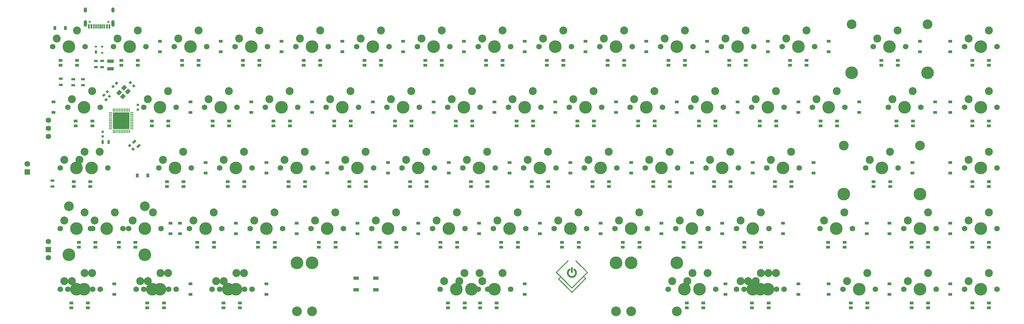
<source format=gbs>
G04 #@! TF.GenerationSoftware,KiCad,Pcbnew,(5.1.5)-3*
G04 #@! TF.CreationDate,2021-03-03T02:22:02+07:00*
G04 #@! TF.ProjectId,EV65,45563635-2e6b-4696-9361-645f70636258,rev?*
G04 #@! TF.SameCoordinates,Original*
G04 #@! TF.FileFunction,Soldermask,Bot*
G04 #@! TF.FilePolarity,Negative*
%FSLAX46Y46*%
G04 Gerber Fmt 4.6, Leading zero omitted, Abs format (unit mm)*
G04 Created by KiCad (PCBNEW (5.1.5)-3) date 2021-03-03 02:22:02*
%MOMM*%
%LPD*%
G04 APERTURE LIST*
%ADD10C,0.010000*%
%ADD11R,1.800000X1.800000*%
%ADD12C,1.800000*%
%ADD13R,1.800000X1.100000*%
%ADD14R,1.300000X0.700000*%
%ADD15C,1.700000*%
%ADD16R,1.700000X1.700000*%
%ADD17C,0.100000*%
%ADD18R,1.190000X0.900000*%
%ADD19R,1.200000X0.900000*%
%ADD20R,0.700000X1.300000*%
%ADD21C,2.500000*%
%ADD22C,3.987800*%
%ADD23C,1.750000*%
%ADD24R,0.900000X1.200000*%
%ADD25R,0.700000X1.000000*%
%ADD26R,0.700000X0.600000*%
%ADD27C,3.048000*%
%ADD28O,1.000000X1.600000*%
%ADD29O,1.000000X2.100000*%
%ADD30C,0.650000*%
%ADD31R,0.300000X1.450000*%
%ADD32R,0.600000X1.450000*%
%ADD33R,2.030000X1.140000*%
%ADD34R,0.750000X0.800000*%
G04 APERTURE END LIST*
D10*
G36*
X199565713Y-127671244D02*
G01*
X199607620Y-127682703D01*
X199618880Y-127687263D01*
X199662014Y-127711883D01*
X199700513Y-127744766D01*
X199732400Y-127783739D01*
X199755699Y-127826627D01*
X199762377Y-127845055D01*
X199764108Y-127850891D01*
X199765656Y-127856999D01*
X199767030Y-127864018D01*
X199768241Y-127872586D01*
X199769299Y-127883343D01*
X199770213Y-127896927D01*
X199770995Y-127913978D01*
X199771654Y-127935134D01*
X199772201Y-127961035D01*
X199772645Y-127992320D01*
X199772996Y-128029627D01*
X199773265Y-128073595D01*
X199773463Y-128124864D01*
X199773598Y-128184073D01*
X199773682Y-128251860D01*
X199773723Y-128328864D01*
X199773734Y-128415726D01*
X199773723Y-128513082D01*
X199773714Y-128559420D01*
X199773643Y-128668169D01*
X199773479Y-128768865D01*
X199773224Y-128861180D01*
X199772881Y-128944791D01*
X199772453Y-129019372D01*
X199771943Y-129084599D01*
X199771352Y-129140146D01*
X199770684Y-129185690D01*
X199769942Y-129220904D01*
X199769127Y-129245465D01*
X199768244Y-129259046D01*
X199767924Y-129261122D01*
X199754252Y-129301903D01*
X199732071Y-129340166D01*
X199703967Y-129374195D01*
X199672740Y-129404259D01*
X199642268Y-129425920D01*
X199609129Y-129441402D01*
X199591593Y-129447196D01*
X199558788Y-129453662D01*
X199521008Y-129456047D01*
X199482894Y-129454401D01*
X199449092Y-129448770D01*
X199438312Y-129445586D01*
X199391160Y-129423453D01*
X199349526Y-129392275D01*
X199314686Y-129353601D01*
X199287921Y-129308983D01*
X199270510Y-129259972D01*
X199266028Y-129236627D01*
X199265139Y-129224532D01*
X199264325Y-129201944D01*
X199263586Y-129169777D01*
X199262922Y-129128946D01*
X199262333Y-129080365D01*
X199261819Y-129024948D01*
X199261379Y-128963610D01*
X199261014Y-128897265D01*
X199260723Y-128826828D01*
X199260507Y-128753212D01*
X199260365Y-128677332D01*
X199260298Y-128600102D01*
X199260305Y-128522437D01*
X199260386Y-128445252D01*
X199260541Y-128369459D01*
X199260770Y-128295975D01*
X199261074Y-128225712D01*
X199261451Y-128159586D01*
X199261903Y-128098511D01*
X199262428Y-128043401D01*
X199263027Y-127995170D01*
X199263700Y-127954733D01*
X199264446Y-127923004D01*
X199265266Y-127900898D01*
X199266123Y-127889571D01*
X199279068Y-127838096D01*
X199301781Y-127791131D01*
X199333111Y-127749854D01*
X199371905Y-127715447D01*
X199417011Y-127689089D01*
X199467279Y-127671960D01*
X199481257Y-127669128D01*
X199521926Y-127666500D01*
X199565713Y-127671244D01*
G37*
X199565713Y-127671244D02*
X199607620Y-127682703D01*
X199618880Y-127687263D01*
X199662014Y-127711883D01*
X199700513Y-127744766D01*
X199732400Y-127783739D01*
X199755699Y-127826627D01*
X199762377Y-127845055D01*
X199764108Y-127850891D01*
X199765656Y-127856999D01*
X199767030Y-127864018D01*
X199768241Y-127872586D01*
X199769299Y-127883343D01*
X199770213Y-127896927D01*
X199770995Y-127913978D01*
X199771654Y-127935134D01*
X199772201Y-127961035D01*
X199772645Y-127992320D01*
X199772996Y-128029627D01*
X199773265Y-128073595D01*
X199773463Y-128124864D01*
X199773598Y-128184073D01*
X199773682Y-128251860D01*
X199773723Y-128328864D01*
X199773734Y-128415726D01*
X199773723Y-128513082D01*
X199773714Y-128559420D01*
X199773643Y-128668169D01*
X199773479Y-128768865D01*
X199773224Y-128861180D01*
X199772881Y-128944791D01*
X199772453Y-129019372D01*
X199771943Y-129084599D01*
X199771352Y-129140146D01*
X199770684Y-129185690D01*
X199769942Y-129220904D01*
X199769127Y-129245465D01*
X199768244Y-129259046D01*
X199767924Y-129261122D01*
X199754252Y-129301903D01*
X199732071Y-129340166D01*
X199703967Y-129374195D01*
X199672740Y-129404259D01*
X199642268Y-129425920D01*
X199609129Y-129441402D01*
X199591593Y-129447196D01*
X199558788Y-129453662D01*
X199521008Y-129456047D01*
X199482894Y-129454401D01*
X199449092Y-129448770D01*
X199438312Y-129445586D01*
X199391160Y-129423453D01*
X199349526Y-129392275D01*
X199314686Y-129353601D01*
X199287921Y-129308983D01*
X199270510Y-129259972D01*
X199266028Y-129236627D01*
X199265139Y-129224532D01*
X199264325Y-129201944D01*
X199263586Y-129169777D01*
X199262922Y-129128946D01*
X199262333Y-129080365D01*
X199261819Y-129024948D01*
X199261379Y-128963610D01*
X199261014Y-128897265D01*
X199260723Y-128826828D01*
X199260507Y-128753212D01*
X199260365Y-128677332D01*
X199260298Y-128600102D01*
X199260305Y-128522437D01*
X199260386Y-128445252D01*
X199260541Y-128369459D01*
X199260770Y-128295975D01*
X199261074Y-128225712D01*
X199261451Y-128159586D01*
X199261903Y-128098511D01*
X199262428Y-128043401D01*
X199263027Y-127995170D01*
X199263700Y-127954733D01*
X199264446Y-127923004D01*
X199265266Y-127900898D01*
X199266123Y-127889571D01*
X199279068Y-127838096D01*
X199301781Y-127791131D01*
X199333111Y-127749854D01*
X199371905Y-127715447D01*
X199417011Y-127689089D01*
X199467279Y-127671960D01*
X199481257Y-127669128D01*
X199521926Y-127666500D01*
X199565713Y-127671244D01*
G36*
X200346658Y-128187302D02*
G01*
X200394834Y-128204544D01*
X200419924Y-128218814D01*
X200451037Y-128240384D01*
X200486634Y-128268001D01*
X200525176Y-128300412D01*
X200565124Y-128336366D01*
X200604941Y-128374607D01*
X200610329Y-128379985D01*
X200680265Y-128453994D01*
X200741599Y-128527687D01*
X200796435Y-128603989D01*
X200846873Y-128685827D01*
X200895015Y-128776127D01*
X200895432Y-128776962D01*
X200948540Y-128896082D01*
X200991010Y-129018806D01*
X201022767Y-129144413D01*
X201043735Y-129272179D01*
X201053840Y-129401382D01*
X201053006Y-129531298D01*
X201041158Y-129661206D01*
X201018222Y-129790382D01*
X201005932Y-129841661D01*
X200974633Y-129945021D01*
X200933972Y-130050128D01*
X200885194Y-130154504D01*
X200829543Y-130255674D01*
X200768263Y-130351159D01*
X200712107Y-130426717D01*
X200685196Y-130458517D01*
X200651836Y-130494994D01*
X200614487Y-130533690D01*
X200575610Y-130572144D01*
X200537665Y-130607896D01*
X200503111Y-130638485D01*
X200487337Y-130651506D01*
X200394567Y-130719686D01*
X200294647Y-130782170D01*
X200189616Y-130837987D01*
X200081513Y-130886167D01*
X199972376Y-130925741D01*
X199864244Y-130955738D01*
X199833786Y-130962421D01*
X199756015Y-130976045D01*
X199673390Y-130986207D01*
X199589449Y-130992660D01*
X199507725Y-130995161D01*
X199431756Y-130993464D01*
X199408077Y-130991904D01*
X199287796Y-130977838D01*
X199170326Y-130954481D01*
X199056005Y-130922375D01*
X198931387Y-130876711D01*
X198812661Y-130821502D01*
X198700205Y-130757198D01*
X198594397Y-130684249D01*
X198495617Y-130603108D01*
X198404243Y-130514225D01*
X198320654Y-130418049D01*
X198245227Y-130315033D01*
X198178343Y-130205627D01*
X198120378Y-130090282D01*
X198071712Y-129969448D01*
X198032724Y-129843576D01*
X198003791Y-129713117D01*
X197995010Y-129659009D01*
X197990415Y-129617578D01*
X197987166Y-129567665D01*
X197985264Y-129512126D01*
X197984710Y-129453815D01*
X197985505Y-129395588D01*
X197987648Y-129340299D01*
X197991142Y-129290804D01*
X197994916Y-129257246D01*
X198018825Y-129125529D01*
X198053355Y-128997389D01*
X198098273Y-128873383D01*
X198153344Y-128754070D01*
X198218336Y-128640007D01*
X198293013Y-128531751D01*
X198306175Y-128514582D01*
X198337756Y-128476155D01*
X198374010Y-128435711D01*
X198413486Y-128394586D01*
X198454735Y-128354115D01*
X198496306Y-128315634D01*
X198536749Y-128280479D01*
X198574615Y-128249985D01*
X198608454Y-128225488D01*
X198636815Y-128208323D01*
X198640842Y-128206301D01*
X198690492Y-128188336D01*
X198741994Y-128180953D01*
X198793604Y-128183977D01*
X198843580Y-128197235D01*
X198890180Y-128220556D01*
X198907652Y-128232791D01*
X198932181Y-128255957D01*
X198956280Y-128286293D01*
X198977159Y-128319804D01*
X198992026Y-128352491D01*
X198992809Y-128354762D01*
X199003096Y-128402232D01*
X199003942Y-128452590D01*
X198995741Y-128502930D01*
X198978884Y-128550341D01*
X198962400Y-128579846D01*
X198949387Y-128596146D01*
X198930478Y-128615767D01*
X198909020Y-128635323D01*
X198900904Y-128642026D01*
X198868415Y-128669638D01*
X198832450Y-128702966D01*
X198795190Y-128739755D01*
X198758812Y-128777749D01*
X198725494Y-128814692D01*
X198697415Y-128848330D01*
X198682208Y-128868470D01*
X198634067Y-128944113D01*
X198591213Y-129027309D01*
X198555001Y-129114893D01*
X198526785Y-129203703D01*
X198512464Y-129265167D01*
X198504768Y-129315161D01*
X198499395Y-129372441D01*
X198496494Y-129433088D01*
X198496216Y-129493181D01*
X198498711Y-129548801D01*
X198500763Y-129571187D01*
X198517926Y-129675967D01*
X198545948Y-129777934D01*
X198584466Y-129876356D01*
X198633114Y-129970498D01*
X198691528Y-130059625D01*
X198759343Y-130143005D01*
X198811975Y-130197330D01*
X198890150Y-130264779D01*
X198975940Y-130324597D01*
X199067846Y-130376027D01*
X199164368Y-130418310D01*
X199264006Y-130450687D01*
X199351471Y-130470106D01*
X199385868Y-130474626D01*
X199428225Y-130477927D01*
X199475551Y-130479980D01*
X199524852Y-130480754D01*
X199573136Y-130480220D01*
X199617411Y-130478349D01*
X199654684Y-130475112D01*
X199668258Y-130473220D01*
X199775108Y-130450307D01*
X199877774Y-130417210D01*
X199975598Y-130374363D01*
X200067922Y-130322203D01*
X200154087Y-130261165D01*
X200233435Y-130191683D01*
X200305308Y-130114194D01*
X200369046Y-130029132D01*
X200390469Y-129995773D01*
X200410172Y-129961338D01*
X200431469Y-129920123D01*
X200452549Y-129875962D01*
X200471599Y-129832690D01*
X200486809Y-129794143D01*
X200490086Y-129784858D01*
X200518528Y-129684099D01*
X200536160Y-129581065D01*
X200543090Y-129476811D01*
X200539424Y-129372397D01*
X200525271Y-129268878D01*
X200500739Y-129167314D01*
X200465934Y-129068760D01*
X200420966Y-128974276D01*
X200404566Y-128945275D01*
X200358674Y-128873415D01*
X200308924Y-128808041D01*
X200253129Y-128746609D01*
X200189101Y-128686574D01*
X200163058Y-128664348D01*
X200138092Y-128642803D01*
X200114637Y-128621270D01*
X200094963Y-128601922D01*
X200081341Y-128586931D01*
X200079012Y-128583935D01*
X200056316Y-128544382D01*
X200040794Y-128499008D01*
X200033104Y-128451175D01*
X200033905Y-128404248D01*
X200038670Y-128378184D01*
X200056961Y-128327576D01*
X200083530Y-128283390D01*
X200117123Y-128246235D01*
X200156490Y-128216723D01*
X200200379Y-128195464D01*
X200247538Y-128183067D01*
X200296715Y-128180143D01*
X200346658Y-128187302D01*
G37*
X200346658Y-128187302D02*
X200394834Y-128204544D01*
X200419924Y-128218814D01*
X200451037Y-128240384D01*
X200486634Y-128268001D01*
X200525176Y-128300412D01*
X200565124Y-128336366D01*
X200604941Y-128374607D01*
X200610329Y-128379985D01*
X200680265Y-128453994D01*
X200741599Y-128527687D01*
X200796435Y-128603989D01*
X200846873Y-128685827D01*
X200895015Y-128776127D01*
X200895432Y-128776962D01*
X200948540Y-128896082D01*
X200991010Y-129018806D01*
X201022767Y-129144413D01*
X201043735Y-129272179D01*
X201053840Y-129401382D01*
X201053006Y-129531298D01*
X201041158Y-129661206D01*
X201018222Y-129790382D01*
X201005932Y-129841661D01*
X200974633Y-129945021D01*
X200933972Y-130050128D01*
X200885194Y-130154504D01*
X200829543Y-130255674D01*
X200768263Y-130351159D01*
X200712107Y-130426717D01*
X200685196Y-130458517D01*
X200651836Y-130494994D01*
X200614487Y-130533690D01*
X200575610Y-130572144D01*
X200537665Y-130607896D01*
X200503111Y-130638485D01*
X200487337Y-130651506D01*
X200394567Y-130719686D01*
X200294647Y-130782170D01*
X200189616Y-130837987D01*
X200081513Y-130886167D01*
X199972376Y-130925741D01*
X199864244Y-130955738D01*
X199833786Y-130962421D01*
X199756015Y-130976045D01*
X199673390Y-130986207D01*
X199589449Y-130992660D01*
X199507725Y-130995161D01*
X199431756Y-130993464D01*
X199408077Y-130991904D01*
X199287796Y-130977838D01*
X199170326Y-130954481D01*
X199056005Y-130922375D01*
X198931387Y-130876711D01*
X198812661Y-130821502D01*
X198700205Y-130757198D01*
X198594397Y-130684249D01*
X198495617Y-130603108D01*
X198404243Y-130514225D01*
X198320654Y-130418049D01*
X198245227Y-130315033D01*
X198178343Y-130205627D01*
X198120378Y-130090282D01*
X198071712Y-129969448D01*
X198032724Y-129843576D01*
X198003791Y-129713117D01*
X197995010Y-129659009D01*
X197990415Y-129617578D01*
X197987166Y-129567665D01*
X197985264Y-129512126D01*
X197984710Y-129453815D01*
X197985505Y-129395588D01*
X197987648Y-129340299D01*
X197991142Y-129290804D01*
X197994916Y-129257246D01*
X198018825Y-129125529D01*
X198053355Y-128997389D01*
X198098273Y-128873383D01*
X198153344Y-128754070D01*
X198218336Y-128640007D01*
X198293013Y-128531751D01*
X198306175Y-128514582D01*
X198337756Y-128476155D01*
X198374010Y-128435711D01*
X198413486Y-128394586D01*
X198454735Y-128354115D01*
X198496306Y-128315634D01*
X198536749Y-128280479D01*
X198574615Y-128249985D01*
X198608454Y-128225488D01*
X198636815Y-128208323D01*
X198640842Y-128206301D01*
X198690492Y-128188336D01*
X198741994Y-128180953D01*
X198793604Y-128183977D01*
X198843580Y-128197235D01*
X198890180Y-128220556D01*
X198907652Y-128232791D01*
X198932181Y-128255957D01*
X198956280Y-128286293D01*
X198977159Y-128319804D01*
X198992026Y-128352491D01*
X198992809Y-128354762D01*
X199003096Y-128402232D01*
X199003942Y-128452590D01*
X198995741Y-128502930D01*
X198978884Y-128550341D01*
X198962400Y-128579846D01*
X198949387Y-128596146D01*
X198930478Y-128615767D01*
X198909020Y-128635323D01*
X198900904Y-128642026D01*
X198868415Y-128669638D01*
X198832450Y-128702966D01*
X198795190Y-128739755D01*
X198758812Y-128777749D01*
X198725494Y-128814692D01*
X198697415Y-128848330D01*
X198682208Y-128868470D01*
X198634067Y-128944113D01*
X198591213Y-129027309D01*
X198555001Y-129114893D01*
X198526785Y-129203703D01*
X198512464Y-129265167D01*
X198504768Y-129315161D01*
X198499395Y-129372441D01*
X198496494Y-129433088D01*
X198496216Y-129493181D01*
X198498711Y-129548801D01*
X198500763Y-129571187D01*
X198517926Y-129675967D01*
X198545948Y-129777934D01*
X198584466Y-129876356D01*
X198633114Y-129970498D01*
X198691528Y-130059625D01*
X198759343Y-130143005D01*
X198811975Y-130197330D01*
X198890150Y-130264779D01*
X198975940Y-130324597D01*
X199067846Y-130376027D01*
X199164368Y-130418310D01*
X199264006Y-130450687D01*
X199351471Y-130470106D01*
X199385868Y-130474626D01*
X199428225Y-130477927D01*
X199475551Y-130479980D01*
X199524852Y-130480754D01*
X199573136Y-130480220D01*
X199617411Y-130478349D01*
X199654684Y-130475112D01*
X199668258Y-130473220D01*
X199775108Y-130450307D01*
X199877774Y-130417210D01*
X199975598Y-130374363D01*
X200067922Y-130322203D01*
X200154087Y-130261165D01*
X200233435Y-130191683D01*
X200305308Y-130114194D01*
X200369046Y-130029132D01*
X200390469Y-129995773D01*
X200410172Y-129961338D01*
X200431469Y-129920123D01*
X200452549Y-129875962D01*
X200471599Y-129832690D01*
X200486809Y-129794143D01*
X200490086Y-129784858D01*
X200518528Y-129684099D01*
X200536160Y-129581065D01*
X200543090Y-129476811D01*
X200539424Y-129372397D01*
X200525271Y-129268878D01*
X200500739Y-129167314D01*
X200465934Y-129068760D01*
X200420966Y-128974276D01*
X200404566Y-128945275D01*
X200358674Y-128873415D01*
X200308924Y-128808041D01*
X200253129Y-128746609D01*
X200189101Y-128686574D01*
X200163058Y-128664348D01*
X200138092Y-128642803D01*
X200114637Y-128621270D01*
X200094963Y-128601922D01*
X200081341Y-128586931D01*
X200079012Y-128583935D01*
X200056316Y-128544382D01*
X200040794Y-128499008D01*
X200033104Y-128451175D01*
X200033905Y-128404248D01*
X200038670Y-128378184D01*
X200056961Y-128327576D01*
X200083530Y-128283390D01*
X200117123Y-128246235D01*
X200156490Y-128216723D01*
X200200379Y-128195464D01*
X200247538Y-128183067D01*
X200296715Y-128180143D01*
X200346658Y-128187302D01*
G36*
X198279730Y-125600102D02*
G01*
X198312323Y-125611228D01*
X198340391Y-125630984D01*
X198354319Y-125647130D01*
X198367591Y-125674470D01*
X198374183Y-125706843D01*
X198373426Y-125739580D01*
X198369830Y-125755435D01*
X198368163Y-125758353D01*
X198364211Y-125763489D01*
X198357770Y-125771049D01*
X198348637Y-125781238D01*
X198336607Y-125794262D01*
X198321477Y-125810327D01*
X198303043Y-125829638D01*
X198281101Y-125852402D01*
X198255447Y-125878824D01*
X198225877Y-125909109D01*
X198192187Y-125943464D01*
X198154173Y-125982095D01*
X198111631Y-126025206D01*
X198064357Y-126073005D01*
X198012148Y-126125695D01*
X197954799Y-126183484D01*
X197892107Y-126246577D01*
X197823867Y-126315180D01*
X197749876Y-126389498D01*
X197669930Y-126469738D01*
X197583824Y-126556104D01*
X197491355Y-126648803D01*
X197392319Y-126748041D01*
X197286512Y-126854023D01*
X197173730Y-126966954D01*
X197053769Y-127087042D01*
X196926425Y-127214490D01*
X196791494Y-127349506D01*
X196648773Y-127492295D01*
X196586847Y-127554245D01*
X194810887Y-129330828D01*
X199519857Y-134039798D01*
X201874347Y-131685303D01*
X204228836Y-129330808D01*
X202455663Y-127557089D01*
X202336349Y-127437716D01*
X202219048Y-127320316D01*
X202104020Y-127205148D01*
X201991525Y-127092474D01*
X201881823Y-126982557D01*
X201775173Y-126875656D01*
X201671835Y-126772033D01*
X201572069Y-126671950D01*
X201476136Y-126575667D01*
X201384294Y-126483446D01*
X201296804Y-126395549D01*
X201213925Y-126312236D01*
X201135917Y-126233770D01*
X201063040Y-126160410D01*
X200995555Y-126092419D01*
X200933720Y-126030057D01*
X200877795Y-125973587D01*
X200828040Y-125923269D01*
X200784716Y-125879365D01*
X200748082Y-125842135D01*
X200718397Y-125811842D01*
X200695922Y-125788746D01*
X200680917Y-125773109D01*
X200673640Y-125765192D01*
X200672977Y-125764313D01*
X200664304Y-125735108D01*
X200664257Y-125702687D01*
X200672171Y-125670467D01*
X200687380Y-125641867D01*
X200699477Y-125628102D01*
X200726595Y-125610126D01*
X200758904Y-125600157D01*
X200793011Y-125598679D01*
X200825520Y-125606176D01*
X200832287Y-125609159D01*
X200837727Y-125613535D01*
X200849836Y-125624634D01*
X200868676Y-125642521D01*
X200894312Y-125667258D01*
X200926809Y-125698910D01*
X200966231Y-125737541D01*
X201012640Y-125783213D01*
X201066103Y-125835991D01*
X201126682Y-125895939D01*
X201194442Y-125963119D01*
X201269447Y-126037596D01*
X201351761Y-126119434D01*
X201441448Y-126208697D01*
X201538572Y-126305447D01*
X201643198Y-126409748D01*
X201755389Y-126521665D01*
X201875209Y-126641262D01*
X202002723Y-126768601D01*
X202137995Y-126903746D01*
X202281088Y-127046761D01*
X202432068Y-127197711D01*
X202590997Y-127356658D01*
X202679974Y-127445664D01*
X204504454Y-129270875D01*
X204511341Y-129300841D01*
X204515226Y-129325528D01*
X204513831Y-129348272D01*
X204511314Y-129360773D01*
X204510284Y-129364925D01*
X204508902Y-129369134D01*
X204506780Y-129373803D01*
X204503533Y-129379334D01*
X204498773Y-129386126D01*
X204492115Y-129394583D01*
X204483172Y-129405106D01*
X204471558Y-129418095D01*
X204456886Y-129433954D01*
X204438771Y-129453082D01*
X204416824Y-129475882D01*
X204390661Y-129502756D01*
X204359895Y-129534104D01*
X204324139Y-129570329D01*
X204283007Y-129611831D01*
X204236113Y-129659012D01*
X204183070Y-129712275D01*
X204123491Y-129772019D01*
X204056991Y-129838648D01*
X203983183Y-129912562D01*
X203904377Y-129991463D01*
X203304353Y-130592187D01*
X203610303Y-130899014D01*
X203667371Y-130956267D01*
X203716908Y-131006037D01*
X203759459Y-131048907D01*
X203795570Y-131085459D01*
X203825788Y-131116279D01*
X203850657Y-131141950D01*
X203870724Y-131163055D01*
X203886534Y-131180178D01*
X203898632Y-131193903D01*
X203907565Y-131204813D01*
X203913878Y-131213493D01*
X203918117Y-131220524D01*
X203920827Y-131226492D01*
X203922555Y-131231980D01*
X203922900Y-131233355D01*
X203926542Y-131267759D01*
X203921414Y-131300636D01*
X203915228Y-131316094D01*
X203910816Y-131320902D01*
X203898566Y-131333545D01*
X203878710Y-131353787D01*
X203851485Y-131381395D01*
X203817124Y-131416131D01*
X203775863Y-131457760D01*
X203727936Y-131506048D01*
X203673577Y-131560759D01*
X203613021Y-131621658D01*
X203546504Y-131688508D01*
X203474258Y-131761075D01*
X203396520Y-131839124D01*
X203313523Y-131922418D01*
X203225502Y-132010723D01*
X203132693Y-132103803D01*
X203035329Y-132201423D01*
X202933645Y-132303348D01*
X202827875Y-132409341D01*
X202718255Y-132519168D01*
X202605019Y-132632594D01*
X202488402Y-132749382D01*
X202368637Y-132869298D01*
X202245961Y-132992106D01*
X202120607Y-133117571D01*
X201992810Y-133245457D01*
X201862804Y-133375530D01*
X201748418Y-133489955D01*
X201573204Y-133665199D01*
X201405960Y-133832436D01*
X201246602Y-133991750D01*
X201095048Y-134143223D01*
X200951213Y-134286939D01*
X200815013Y-134422982D01*
X200686365Y-134551434D01*
X200565185Y-134672380D01*
X200451389Y-134785901D01*
X200344894Y-134892082D01*
X200245616Y-134991006D01*
X200153471Y-135082757D01*
X200068374Y-135167416D01*
X199990244Y-135245068D01*
X199918995Y-135315797D01*
X199854545Y-135379684D01*
X199796809Y-135436815D01*
X199745703Y-135487271D01*
X199701144Y-135531136D01*
X199663049Y-135568494D01*
X199631333Y-135599427D01*
X199605912Y-135624020D01*
X199586704Y-135642355D01*
X199573624Y-135654515D01*
X199566588Y-135660585D01*
X199565516Y-135661296D01*
X199533710Y-135670226D01*
X199498239Y-135669785D01*
X199477044Y-135665142D01*
X199473978Y-135663161D01*
X199467830Y-135658047D01*
X199458427Y-135649627D01*
X199445597Y-135637730D01*
X199429166Y-135622185D01*
X199408962Y-135602819D01*
X199384812Y-135579461D01*
X199356544Y-135551939D01*
X199323983Y-135520082D01*
X199286958Y-135483718D01*
X199245295Y-135442675D01*
X199198822Y-135396782D01*
X199147365Y-135345868D01*
X199090753Y-135289760D01*
X199028812Y-135228287D01*
X198961369Y-135161277D01*
X198888251Y-135088559D01*
X198809286Y-135009960D01*
X198724301Y-134925311D01*
X198633122Y-134834438D01*
X198535578Y-134737170D01*
X198431495Y-134633336D01*
X198320700Y-134522763D01*
X198203020Y-134405281D01*
X198078283Y-134280718D01*
X197946316Y-134148901D01*
X197806946Y-134009660D01*
X197660000Y-133862823D01*
X197505305Y-133708218D01*
X197372246Y-133575219D01*
X197239198Y-133442205D01*
X197108537Y-133311541D01*
X196980490Y-133183453D01*
X196855285Y-133058169D01*
X196733146Y-132935918D01*
X196614303Y-132816927D01*
X196498980Y-132701424D01*
X196387406Y-132589636D01*
X196279806Y-132481792D01*
X196176408Y-132378120D01*
X196077439Y-132278846D01*
X195983125Y-132184199D01*
X195893694Y-132094407D01*
X195809371Y-132009698D01*
X195730385Y-131930298D01*
X195656961Y-131856437D01*
X195589326Y-131788342D01*
X195527708Y-131726241D01*
X195472333Y-131670361D01*
X195423428Y-131620931D01*
X195381220Y-131578177D01*
X195345935Y-131542329D01*
X195317801Y-131513613D01*
X195297044Y-131492258D01*
X195283891Y-131478491D01*
X195278569Y-131472541D01*
X195278480Y-131472392D01*
X195267295Y-131437618D01*
X195267232Y-131419891D01*
X195552898Y-131419891D01*
X197533522Y-133400613D01*
X197659581Y-133526663D01*
X197783626Y-133650668D01*
X197905414Y-133772385D01*
X198024698Y-133891570D01*
X198141234Y-134007979D01*
X198254778Y-134121369D01*
X198365084Y-134231494D01*
X198471908Y-134338113D01*
X198575005Y-134440980D01*
X198674130Y-134539852D01*
X198769038Y-134634485D01*
X198859485Y-134724636D01*
X198945227Y-134810059D01*
X199026017Y-134890513D01*
X199101611Y-134965752D01*
X199171765Y-135035533D01*
X199236234Y-135099612D01*
X199294772Y-135157746D01*
X199347136Y-135209689D01*
X199393080Y-135255200D01*
X199432360Y-135294033D01*
X199464731Y-135325945D01*
X199489947Y-135350692D01*
X199507765Y-135368030D01*
X199517939Y-135377715D01*
X199520402Y-135379813D01*
X199524788Y-135375717D01*
X199536999Y-135363782D01*
X199556794Y-135344247D01*
X199583933Y-135317352D01*
X199618177Y-135283336D01*
X199659285Y-135242440D01*
X199707017Y-135194904D01*
X199761134Y-135140968D01*
X199821394Y-135080870D01*
X199887558Y-135014852D01*
X199959386Y-134943152D01*
X200036637Y-134866012D01*
X200119073Y-134783670D01*
X200206451Y-134696367D01*
X200298533Y-134604342D01*
X200395079Y-134507836D01*
X200495848Y-134407087D01*
X200600599Y-134302337D01*
X200709094Y-134193825D01*
X200821092Y-134081790D01*
X200936353Y-133966473D01*
X201054637Y-133848113D01*
X201175703Y-133726950D01*
X201299312Y-133603225D01*
X201425223Y-133477177D01*
X201553197Y-133349045D01*
X201581996Y-133320208D01*
X203637334Y-131262127D01*
X203386549Y-131011391D01*
X203135765Y-130760655D01*
X201362056Y-132534167D01*
X201206208Y-132689980D01*
X201058292Y-132837823D01*
X200918189Y-132977815D01*
X200785778Y-133110076D01*
X200660938Y-133234727D01*
X200543549Y-133351887D01*
X200433489Y-133461677D01*
X200330638Y-133564215D01*
X200234876Y-133659621D01*
X200146081Y-133748017D01*
X200064133Y-133829521D01*
X199988911Y-133904253D01*
X199920295Y-133972334D01*
X199858163Y-134033883D01*
X199802395Y-134089020D01*
X199752870Y-134137864D01*
X199709468Y-134180537D01*
X199672068Y-134217157D01*
X199640549Y-134247844D01*
X199614790Y-134272719D01*
X199594670Y-134291901D01*
X199580070Y-134305511D01*
X199570868Y-134313667D01*
X199567127Y-134316434D01*
X199542811Y-134322776D01*
X199514191Y-134324953D01*
X199486900Y-134322797D01*
X199473135Y-134319218D01*
X199467945Y-134314771D01*
X199454920Y-134302473D01*
X199434288Y-134282549D01*
X199406279Y-134255229D01*
X199371123Y-134220740D01*
X199329047Y-134179310D01*
X199280281Y-134131166D01*
X199225055Y-134076536D01*
X199163597Y-134015647D01*
X199096137Y-133948728D01*
X199022903Y-133876007D01*
X198944125Y-133797710D01*
X198860031Y-133714065D01*
X198770852Y-133625301D01*
X198676815Y-133531645D01*
X198578150Y-133433325D01*
X198475086Y-133330567D01*
X198367852Y-133223601D01*
X198256678Y-133112654D01*
X198141792Y-132997953D01*
X198023423Y-132879727D01*
X197901801Y-132758202D01*
X197777155Y-132633607D01*
X197757548Y-132614004D01*
X196058028Y-130914761D01*
X195552898Y-131419891D01*
X195267232Y-131419891D01*
X195267170Y-131402585D01*
X195270423Y-131387077D01*
X195272216Y-131381572D01*
X195275049Y-131375514D01*
X195279469Y-131368320D01*
X195286020Y-131359410D01*
X195295247Y-131348203D01*
X195307695Y-131334116D01*
X195323909Y-131316570D01*
X195344435Y-131294983D01*
X195369817Y-131268773D01*
X195400600Y-131237359D01*
X195437330Y-131200161D01*
X195480552Y-131156596D01*
X195530810Y-131106084D01*
X195583608Y-131053099D01*
X195889520Y-130746245D01*
X195214826Y-130071346D01*
X195118968Y-129975406D01*
X195031058Y-129887307D01*
X194950920Y-129806871D01*
X194878379Y-129733920D01*
X194813261Y-129668274D01*
X194755388Y-129609756D01*
X194704587Y-129558186D01*
X194660681Y-129513385D01*
X194623494Y-129475176D01*
X194592853Y-129443379D01*
X194568580Y-129417815D01*
X194550502Y-129398306D01*
X194538441Y-129384674D01*
X194532223Y-129376739D01*
X194531375Y-129375226D01*
X194523627Y-129342567D01*
X194525317Y-129308254D01*
X194533584Y-129282290D01*
X194538466Y-129276423D01*
X194551123Y-129262823D01*
X194571243Y-129241803D01*
X194598516Y-129213673D01*
X194632628Y-129178745D01*
X194673270Y-129137331D01*
X194720129Y-129089742D01*
X194772893Y-129036289D01*
X194831251Y-128977284D01*
X194894892Y-128913038D01*
X194963503Y-128843862D01*
X195036774Y-128770069D01*
X195114393Y-128691969D01*
X195196047Y-128609874D01*
X195281427Y-128524095D01*
X195370219Y-128434943D01*
X195462112Y-128342731D01*
X195556796Y-128247769D01*
X195653958Y-128150370D01*
X195753286Y-128050843D01*
X195854469Y-127949502D01*
X195957196Y-127846656D01*
X196061155Y-127742618D01*
X196166035Y-127637699D01*
X196271523Y-127532211D01*
X196377308Y-127426464D01*
X196483079Y-127320770D01*
X196588524Y-127215442D01*
X196693331Y-127110789D01*
X196797190Y-127007124D01*
X196899787Y-126904758D01*
X197000813Y-126804002D01*
X197099955Y-126705167D01*
X197196901Y-126608566D01*
X197291340Y-126514510D01*
X197382961Y-126423309D01*
X197471451Y-126335276D01*
X197556500Y-126250722D01*
X197637796Y-126169958D01*
X197715027Y-126093296D01*
X197787881Y-126021047D01*
X197856047Y-125953522D01*
X197919214Y-125891033D01*
X197977070Y-125833892D01*
X198029302Y-125782409D01*
X198075601Y-125736897D01*
X198115654Y-125697666D01*
X198149149Y-125665028D01*
X198175775Y-125639294D01*
X198195220Y-125620776D01*
X198207174Y-125609786D01*
X198211142Y-125606619D01*
X198245155Y-125598326D01*
X198279730Y-125600102D01*
G37*
X198279730Y-125600102D02*
X198312323Y-125611228D01*
X198340391Y-125630984D01*
X198354319Y-125647130D01*
X198367591Y-125674470D01*
X198374183Y-125706843D01*
X198373426Y-125739580D01*
X198369830Y-125755435D01*
X198368163Y-125758353D01*
X198364211Y-125763489D01*
X198357770Y-125771049D01*
X198348637Y-125781238D01*
X198336607Y-125794262D01*
X198321477Y-125810327D01*
X198303043Y-125829638D01*
X198281101Y-125852402D01*
X198255447Y-125878824D01*
X198225877Y-125909109D01*
X198192187Y-125943464D01*
X198154173Y-125982095D01*
X198111631Y-126025206D01*
X198064357Y-126073005D01*
X198012148Y-126125695D01*
X197954799Y-126183484D01*
X197892107Y-126246577D01*
X197823867Y-126315180D01*
X197749876Y-126389498D01*
X197669930Y-126469738D01*
X197583824Y-126556104D01*
X197491355Y-126648803D01*
X197392319Y-126748041D01*
X197286512Y-126854023D01*
X197173730Y-126966954D01*
X197053769Y-127087042D01*
X196926425Y-127214490D01*
X196791494Y-127349506D01*
X196648773Y-127492295D01*
X196586847Y-127554245D01*
X194810887Y-129330828D01*
X199519857Y-134039798D01*
X201874347Y-131685303D01*
X204228836Y-129330808D01*
X202455663Y-127557089D01*
X202336349Y-127437716D01*
X202219048Y-127320316D01*
X202104020Y-127205148D01*
X201991525Y-127092474D01*
X201881823Y-126982557D01*
X201775173Y-126875656D01*
X201671835Y-126772033D01*
X201572069Y-126671950D01*
X201476136Y-126575667D01*
X201384294Y-126483446D01*
X201296804Y-126395549D01*
X201213925Y-126312236D01*
X201135917Y-126233770D01*
X201063040Y-126160410D01*
X200995555Y-126092419D01*
X200933720Y-126030057D01*
X200877795Y-125973587D01*
X200828040Y-125923269D01*
X200784716Y-125879365D01*
X200748082Y-125842135D01*
X200718397Y-125811842D01*
X200695922Y-125788746D01*
X200680917Y-125773109D01*
X200673640Y-125765192D01*
X200672977Y-125764313D01*
X200664304Y-125735108D01*
X200664257Y-125702687D01*
X200672171Y-125670467D01*
X200687380Y-125641867D01*
X200699477Y-125628102D01*
X200726595Y-125610126D01*
X200758904Y-125600157D01*
X200793011Y-125598679D01*
X200825520Y-125606176D01*
X200832287Y-125609159D01*
X200837727Y-125613535D01*
X200849836Y-125624634D01*
X200868676Y-125642521D01*
X200894312Y-125667258D01*
X200926809Y-125698910D01*
X200966231Y-125737541D01*
X201012640Y-125783213D01*
X201066103Y-125835991D01*
X201126682Y-125895939D01*
X201194442Y-125963119D01*
X201269447Y-126037596D01*
X201351761Y-126119434D01*
X201441448Y-126208697D01*
X201538572Y-126305447D01*
X201643198Y-126409748D01*
X201755389Y-126521665D01*
X201875209Y-126641262D01*
X202002723Y-126768601D01*
X202137995Y-126903746D01*
X202281088Y-127046761D01*
X202432068Y-127197711D01*
X202590997Y-127356658D01*
X202679974Y-127445664D01*
X204504454Y-129270875D01*
X204511341Y-129300841D01*
X204515226Y-129325528D01*
X204513831Y-129348272D01*
X204511314Y-129360773D01*
X204510284Y-129364925D01*
X204508902Y-129369134D01*
X204506780Y-129373803D01*
X204503533Y-129379334D01*
X204498773Y-129386126D01*
X204492115Y-129394583D01*
X204483172Y-129405106D01*
X204471558Y-129418095D01*
X204456886Y-129433954D01*
X204438771Y-129453082D01*
X204416824Y-129475882D01*
X204390661Y-129502756D01*
X204359895Y-129534104D01*
X204324139Y-129570329D01*
X204283007Y-129611831D01*
X204236113Y-129659012D01*
X204183070Y-129712275D01*
X204123491Y-129772019D01*
X204056991Y-129838648D01*
X203983183Y-129912562D01*
X203904377Y-129991463D01*
X203304353Y-130592187D01*
X203610303Y-130899014D01*
X203667371Y-130956267D01*
X203716908Y-131006037D01*
X203759459Y-131048907D01*
X203795570Y-131085459D01*
X203825788Y-131116279D01*
X203850657Y-131141950D01*
X203870724Y-131163055D01*
X203886534Y-131180178D01*
X203898632Y-131193903D01*
X203907565Y-131204813D01*
X203913878Y-131213493D01*
X203918117Y-131220524D01*
X203920827Y-131226492D01*
X203922555Y-131231980D01*
X203922900Y-131233355D01*
X203926542Y-131267759D01*
X203921414Y-131300636D01*
X203915228Y-131316094D01*
X203910816Y-131320902D01*
X203898566Y-131333545D01*
X203878710Y-131353787D01*
X203851485Y-131381395D01*
X203817124Y-131416131D01*
X203775863Y-131457760D01*
X203727936Y-131506048D01*
X203673577Y-131560759D01*
X203613021Y-131621658D01*
X203546504Y-131688508D01*
X203474258Y-131761075D01*
X203396520Y-131839124D01*
X203313523Y-131922418D01*
X203225502Y-132010723D01*
X203132693Y-132103803D01*
X203035329Y-132201423D01*
X202933645Y-132303348D01*
X202827875Y-132409341D01*
X202718255Y-132519168D01*
X202605019Y-132632594D01*
X202488402Y-132749382D01*
X202368637Y-132869298D01*
X202245961Y-132992106D01*
X202120607Y-133117571D01*
X201992810Y-133245457D01*
X201862804Y-133375530D01*
X201748418Y-133489955D01*
X201573204Y-133665199D01*
X201405960Y-133832436D01*
X201246602Y-133991750D01*
X201095048Y-134143223D01*
X200951213Y-134286939D01*
X200815013Y-134422982D01*
X200686365Y-134551434D01*
X200565185Y-134672380D01*
X200451389Y-134785901D01*
X200344894Y-134892082D01*
X200245616Y-134991006D01*
X200153471Y-135082757D01*
X200068374Y-135167416D01*
X199990244Y-135245068D01*
X199918995Y-135315797D01*
X199854545Y-135379684D01*
X199796809Y-135436815D01*
X199745703Y-135487271D01*
X199701144Y-135531136D01*
X199663049Y-135568494D01*
X199631333Y-135599427D01*
X199605912Y-135624020D01*
X199586704Y-135642355D01*
X199573624Y-135654515D01*
X199566588Y-135660585D01*
X199565516Y-135661296D01*
X199533710Y-135670226D01*
X199498239Y-135669785D01*
X199477044Y-135665142D01*
X199473978Y-135663161D01*
X199467830Y-135658047D01*
X199458427Y-135649627D01*
X199445597Y-135637730D01*
X199429166Y-135622185D01*
X199408962Y-135602819D01*
X199384812Y-135579461D01*
X199356544Y-135551939D01*
X199323983Y-135520082D01*
X199286958Y-135483718D01*
X199245295Y-135442675D01*
X199198822Y-135396782D01*
X199147365Y-135345868D01*
X199090753Y-135289760D01*
X199028812Y-135228287D01*
X198961369Y-135161277D01*
X198888251Y-135088559D01*
X198809286Y-135009960D01*
X198724301Y-134925311D01*
X198633122Y-134834438D01*
X198535578Y-134737170D01*
X198431495Y-134633336D01*
X198320700Y-134522763D01*
X198203020Y-134405281D01*
X198078283Y-134280718D01*
X197946316Y-134148901D01*
X197806946Y-134009660D01*
X197660000Y-133862823D01*
X197505305Y-133708218D01*
X197372246Y-133575219D01*
X197239198Y-133442205D01*
X197108537Y-133311541D01*
X196980490Y-133183453D01*
X196855285Y-133058169D01*
X196733146Y-132935918D01*
X196614303Y-132816927D01*
X196498980Y-132701424D01*
X196387406Y-132589636D01*
X196279806Y-132481792D01*
X196176408Y-132378120D01*
X196077439Y-132278846D01*
X195983125Y-132184199D01*
X195893694Y-132094407D01*
X195809371Y-132009698D01*
X195730385Y-131930298D01*
X195656961Y-131856437D01*
X195589326Y-131788342D01*
X195527708Y-131726241D01*
X195472333Y-131670361D01*
X195423428Y-131620931D01*
X195381220Y-131578177D01*
X195345935Y-131542329D01*
X195317801Y-131513613D01*
X195297044Y-131492258D01*
X195283891Y-131478491D01*
X195278569Y-131472541D01*
X195278480Y-131472392D01*
X195267295Y-131437618D01*
X195267232Y-131419891D01*
X195552898Y-131419891D01*
X197533522Y-133400613D01*
X197659581Y-133526663D01*
X197783626Y-133650668D01*
X197905414Y-133772385D01*
X198024698Y-133891570D01*
X198141234Y-134007979D01*
X198254778Y-134121369D01*
X198365084Y-134231494D01*
X198471908Y-134338113D01*
X198575005Y-134440980D01*
X198674130Y-134539852D01*
X198769038Y-134634485D01*
X198859485Y-134724636D01*
X198945227Y-134810059D01*
X199026017Y-134890513D01*
X199101611Y-134965752D01*
X199171765Y-135035533D01*
X199236234Y-135099612D01*
X199294772Y-135157746D01*
X199347136Y-135209689D01*
X199393080Y-135255200D01*
X199432360Y-135294033D01*
X199464731Y-135325945D01*
X199489947Y-135350692D01*
X199507765Y-135368030D01*
X199517939Y-135377715D01*
X199520402Y-135379813D01*
X199524788Y-135375717D01*
X199536999Y-135363782D01*
X199556794Y-135344247D01*
X199583933Y-135317352D01*
X199618177Y-135283336D01*
X199659285Y-135242440D01*
X199707017Y-135194904D01*
X199761134Y-135140968D01*
X199821394Y-135080870D01*
X199887558Y-135014852D01*
X199959386Y-134943152D01*
X200036637Y-134866012D01*
X200119073Y-134783670D01*
X200206451Y-134696367D01*
X200298533Y-134604342D01*
X200395079Y-134507836D01*
X200495848Y-134407087D01*
X200600599Y-134302337D01*
X200709094Y-134193825D01*
X200821092Y-134081790D01*
X200936353Y-133966473D01*
X201054637Y-133848113D01*
X201175703Y-133726950D01*
X201299312Y-133603225D01*
X201425223Y-133477177D01*
X201553197Y-133349045D01*
X201581996Y-133320208D01*
X203637334Y-131262127D01*
X203386549Y-131011391D01*
X203135765Y-130760655D01*
X201362056Y-132534167D01*
X201206208Y-132689980D01*
X201058292Y-132837823D01*
X200918189Y-132977815D01*
X200785778Y-133110076D01*
X200660938Y-133234727D01*
X200543549Y-133351887D01*
X200433489Y-133461677D01*
X200330638Y-133564215D01*
X200234876Y-133659621D01*
X200146081Y-133748017D01*
X200064133Y-133829521D01*
X199988911Y-133904253D01*
X199920295Y-133972334D01*
X199858163Y-134033883D01*
X199802395Y-134089020D01*
X199752870Y-134137864D01*
X199709468Y-134180537D01*
X199672068Y-134217157D01*
X199640549Y-134247844D01*
X199614790Y-134272719D01*
X199594670Y-134291901D01*
X199580070Y-134305511D01*
X199570868Y-134313667D01*
X199567127Y-134316434D01*
X199542811Y-134322776D01*
X199514191Y-134324953D01*
X199486900Y-134322797D01*
X199473135Y-134319218D01*
X199467945Y-134314771D01*
X199454920Y-134302473D01*
X199434288Y-134282549D01*
X199406279Y-134255229D01*
X199371123Y-134220740D01*
X199329047Y-134179310D01*
X199280281Y-134131166D01*
X199225055Y-134076536D01*
X199163597Y-134015647D01*
X199096137Y-133948728D01*
X199022903Y-133876007D01*
X198944125Y-133797710D01*
X198860031Y-133714065D01*
X198770852Y-133625301D01*
X198676815Y-133531645D01*
X198578150Y-133433325D01*
X198475086Y-133330567D01*
X198367852Y-133223601D01*
X198256678Y-133112654D01*
X198141792Y-132997953D01*
X198023423Y-132879727D01*
X197901801Y-132758202D01*
X197777155Y-132633607D01*
X197757548Y-132614004D01*
X196058028Y-130914761D01*
X195552898Y-131419891D01*
X195267232Y-131419891D01*
X195267170Y-131402585D01*
X195270423Y-131387077D01*
X195272216Y-131381572D01*
X195275049Y-131375514D01*
X195279469Y-131368320D01*
X195286020Y-131359410D01*
X195295247Y-131348203D01*
X195307695Y-131334116D01*
X195323909Y-131316570D01*
X195344435Y-131294983D01*
X195369817Y-131268773D01*
X195400600Y-131237359D01*
X195437330Y-131200161D01*
X195480552Y-131156596D01*
X195530810Y-131106084D01*
X195583608Y-131053099D01*
X195889520Y-130746245D01*
X195214826Y-130071346D01*
X195118968Y-129975406D01*
X195031058Y-129887307D01*
X194950920Y-129806871D01*
X194878379Y-129733920D01*
X194813261Y-129668274D01*
X194755388Y-129609756D01*
X194704587Y-129558186D01*
X194660681Y-129513385D01*
X194623494Y-129475176D01*
X194592853Y-129443379D01*
X194568580Y-129417815D01*
X194550502Y-129398306D01*
X194538441Y-129384674D01*
X194532223Y-129376739D01*
X194531375Y-129375226D01*
X194523627Y-129342567D01*
X194525317Y-129308254D01*
X194533584Y-129282290D01*
X194538466Y-129276423D01*
X194551123Y-129262823D01*
X194571243Y-129241803D01*
X194598516Y-129213673D01*
X194632628Y-129178745D01*
X194673270Y-129137331D01*
X194720129Y-129089742D01*
X194772893Y-129036289D01*
X194831251Y-128977284D01*
X194894892Y-128913038D01*
X194963503Y-128843862D01*
X195036774Y-128770069D01*
X195114393Y-128691969D01*
X195196047Y-128609874D01*
X195281427Y-128524095D01*
X195370219Y-128434943D01*
X195462112Y-128342731D01*
X195556796Y-128247769D01*
X195653958Y-128150370D01*
X195753286Y-128050843D01*
X195854469Y-127949502D01*
X195957196Y-127846656D01*
X196061155Y-127742618D01*
X196166035Y-127637699D01*
X196271523Y-127532211D01*
X196377308Y-127426464D01*
X196483079Y-127320770D01*
X196588524Y-127215442D01*
X196693331Y-127110789D01*
X196797190Y-127007124D01*
X196899787Y-126904758D01*
X197000813Y-126804002D01*
X197099955Y-126705167D01*
X197196901Y-126608566D01*
X197291340Y-126514510D01*
X197382961Y-126423309D01*
X197471451Y-126335276D01*
X197556500Y-126250722D01*
X197637796Y-126169958D01*
X197715027Y-126093296D01*
X197787881Y-126021047D01*
X197856047Y-125953522D01*
X197919214Y-125891033D01*
X197977070Y-125833892D01*
X198029302Y-125782409D01*
X198075601Y-125736897D01*
X198115654Y-125697666D01*
X198149149Y-125665028D01*
X198175775Y-125639294D01*
X198195220Y-125620776D01*
X198207174Y-125609786D01*
X198211142Y-125606619D01*
X198245155Y-125598326D01*
X198279730Y-125600102D01*
D11*
X28885000Y-97790000D03*
D12*
X28885000Y-95250000D03*
D13*
X138151800Y-134819000D03*
X131951800Y-131119000D03*
X138151800Y-131119000D03*
X131951800Y-134819000D03*
D14*
X36804600Y-100497600D03*
X36804600Y-102397600D03*
D15*
X35509200Y-81584800D03*
X35509200Y-84124800D03*
X35509200Y-86664800D03*
D16*
X35509200Y-122224800D03*
D15*
X35509200Y-124764800D03*
X35509200Y-119684800D03*
D17*
G36*
X55889626Y-84501301D02*
G01*
X55895693Y-84502201D01*
X55901643Y-84503691D01*
X55907418Y-84505758D01*
X55912962Y-84508380D01*
X55918223Y-84511533D01*
X55923150Y-84515187D01*
X55927694Y-84519306D01*
X55931813Y-84523850D01*
X55935467Y-84528777D01*
X55938620Y-84534038D01*
X55941242Y-84539582D01*
X55943309Y-84545357D01*
X55944799Y-84551307D01*
X55945699Y-84557374D01*
X55946000Y-84563500D01*
X55946000Y-85513500D01*
X55945699Y-85519626D01*
X55944799Y-85525693D01*
X55943309Y-85531643D01*
X55941242Y-85537418D01*
X55938620Y-85542962D01*
X55935467Y-85548223D01*
X55931813Y-85553150D01*
X55927694Y-85557694D01*
X55923150Y-85561813D01*
X55918223Y-85565467D01*
X55912962Y-85568620D01*
X55907418Y-85571242D01*
X55901643Y-85573309D01*
X55895693Y-85574799D01*
X55889626Y-85575699D01*
X55883500Y-85576000D01*
X55758500Y-85576000D01*
X55752374Y-85575699D01*
X55746307Y-85574799D01*
X55740357Y-85573309D01*
X55734582Y-85571242D01*
X55729038Y-85568620D01*
X55723777Y-85565467D01*
X55718850Y-85561813D01*
X55714306Y-85557694D01*
X55710187Y-85553150D01*
X55706533Y-85548223D01*
X55703380Y-85542962D01*
X55700758Y-85537418D01*
X55698691Y-85531643D01*
X55697201Y-85525693D01*
X55696301Y-85519626D01*
X55696000Y-85513500D01*
X55696000Y-84563500D01*
X55696301Y-84557374D01*
X55697201Y-84551307D01*
X55698691Y-84545357D01*
X55700758Y-84539582D01*
X55703380Y-84534038D01*
X55706533Y-84528777D01*
X55710187Y-84523850D01*
X55714306Y-84519306D01*
X55718850Y-84515187D01*
X55723777Y-84511533D01*
X55729038Y-84508380D01*
X55734582Y-84505758D01*
X55740357Y-84503691D01*
X55746307Y-84502201D01*
X55752374Y-84501301D01*
X55758500Y-84501000D01*
X55883500Y-84501000D01*
X55889626Y-84501301D01*
G37*
G36*
X56389626Y-84501301D02*
G01*
X56395693Y-84502201D01*
X56401643Y-84503691D01*
X56407418Y-84505758D01*
X56412962Y-84508380D01*
X56418223Y-84511533D01*
X56423150Y-84515187D01*
X56427694Y-84519306D01*
X56431813Y-84523850D01*
X56435467Y-84528777D01*
X56438620Y-84534038D01*
X56441242Y-84539582D01*
X56443309Y-84545357D01*
X56444799Y-84551307D01*
X56445699Y-84557374D01*
X56446000Y-84563500D01*
X56446000Y-85513500D01*
X56445699Y-85519626D01*
X56444799Y-85525693D01*
X56443309Y-85531643D01*
X56441242Y-85537418D01*
X56438620Y-85542962D01*
X56435467Y-85548223D01*
X56431813Y-85553150D01*
X56427694Y-85557694D01*
X56423150Y-85561813D01*
X56418223Y-85565467D01*
X56412962Y-85568620D01*
X56407418Y-85571242D01*
X56401643Y-85573309D01*
X56395693Y-85574799D01*
X56389626Y-85575699D01*
X56383500Y-85576000D01*
X56258500Y-85576000D01*
X56252374Y-85575699D01*
X56246307Y-85574799D01*
X56240357Y-85573309D01*
X56234582Y-85571242D01*
X56229038Y-85568620D01*
X56223777Y-85565467D01*
X56218850Y-85561813D01*
X56214306Y-85557694D01*
X56210187Y-85553150D01*
X56206533Y-85548223D01*
X56203380Y-85542962D01*
X56200758Y-85537418D01*
X56198691Y-85531643D01*
X56197201Y-85525693D01*
X56196301Y-85519626D01*
X56196000Y-85513500D01*
X56196000Y-84563500D01*
X56196301Y-84557374D01*
X56197201Y-84551307D01*
X56198691Y-84545357D01*
X56200758Y-84539582D01*
X56203380Y-84534038D01*
X56206533Y-84528777D01*
X56210187Y-84523850D01*
X56214306Y-84519306D01*
X56218850Y-84515187D01*
X56223777Y-84511533D01*
X56229038Y-84508380D01*
X56234582Y-84505758D01*
X56240357Y-84503691D01*
X56246307Y-84502201D01*
X56252374Y-84501301D01*
X56258500Y-84501000D01*
X56383500Y-84501000D01*
X56389626Y-84501301D01*
G37*
G36*
X56889626Y-84501301D02*
G01*
X56895693Y-84502201D01*
X56901643Y-84503691D01*
X56907418Y-84505758D01*
X56912962Y-84508380D01*
X56918223Y-84511533D01*
X56923150Y-84515187D01*
X56927694Y-84519306D01*
X56931813Y-84523850D01*
X56935467Y-84528777D01*
X56938620Y-84534038D01*
X56941242Y-84539582D01*
X56943309Y-84545357D01*
X56944799Y-84551307D01*
X56945699Y-84557374D01*
X56946000Y-84563500D01*
X56946000Y-85513500D01*
X56945699Y-85519626D01*
X56944799Y-85525693D01*
X56943309Y-85531643D01*
X56941242Y-85537418D01*
X56938620Y-85542962D01*
X56935467Y-85548223D01*
X56931813Y-85553150D01*
X56927694Y-85557694D01*
X56923150Y-85561813D01*
X56918223Y-85565467D01*
X56912962Y-85568620D01*
X56907418Y-85571242D01*
X56901643Y-85573309D01*
X56895693Y-85574799D01*
X56889626Y-85575699D01*
X56883500Y-85576000D01*
X56758500Y-85576000D01*
X56752374Y-85575699D01*
X56746307Y-85574799D01*
X56740357Y-85573309D01*
X56734582Y-85571242D01*
X56729038Y-85568620D01*
X56723777Y-85565467D01*
X56718850Y-85561813D01*
X56714306Y-85557694D01*
X56710187Y-85553150D01*
X56706533Y-85548223D01*
X56703380Y-85542962D01*
X56700758Y-85537418D01*
X56698691Y-85531643D01*
X56697201Y-85525693D01*
X56696301Y-85519626D01*
X56696000Y-85513500D01*
X56696000Y-84563500D01*
X56696301Y-84557374D01*
X56697201Y-84551307D01*
X56698691Y-84545357D01*
X56700758Y-84539582D01*
X56703380Y-84534038D01*
X56706533Y-84528777D01*
X56710187Y-84523850D01*
X56714306Y-84519306D01*
X56718850Y-84515187D01*
X56723777Y-84511533D01*
X56729038Y-84508380D01*
X56734582Y-84505758D01*
X56740357Y-84503691D01*
X56746307Y-84502201D01*
X56752374Y-84501301D01*
X56758500Y-84501000D01*
X56883500Y-84501000D01*
X56889626Y-84501301D01*
G37*
G36*
X57389626Y-84501301D02*
G01*
X57395693Y-84502201D01*
X57401643Y-84503691D01*
X57407418Y-84505758D01*
X57412962Y-84508380D01*
X57418223Y-84511533D01*
X57423150Y-84515187D01*
X57427694Y-84519306D01*
X57431813Y-84523850D01*
X57435467Y-84528777D01*
X57438620Y-84534038D01*
X57441242Y-84539582D01*
X57443309Y-84545357D01*
X57444799Y-84551307D01*
X57445699Y-84557374D01*
X57446000Y-84563500D01*
X57446000Y-85513500D01*
X57445699Y-85519626D01*
X57444799Y-85525693D01*
X57443309Y-85531643D01*
X57441242Y-85537418D01*
X57438620Y-85542962D01*
X57435467Y-85548223D01*
X57431813Y-85553150D01*
X57427694Y-85557694D01*
X57423150Y-85561813D01*
X57418223Y-85565467D01*
X57412962Y-85568620D01*
X57407418Y-85571242D01*
X57401643Y-85573309D01*
X57395693Y-85574799D01*
X57389626Y-85575699D01*
X57383500Y-85576000D01*
X57258500Y-85576000D01*
X57252374Y-85575699D01*
X57246307Y-85574799D01*
X57240357Y-85573309D01*
X57234582Y-85571242D01*
X57229038Y-85568620D01*
X57223777Y-85565467D01*
X57218850Y-85561813D01*
X57214306Y-85557694D01*
X57210187Y-85553150D01*
X57206533Y-85548223D01*
X57203380Y-85542962D01*
X57200758Y-85537418D01*
X57198691Y-85531643D01*
X57197201Y-85525693D01*
X57196301Y-85519626D01*
X57196000Y-85513500D01*
X57196000Y-84563500D01*
X57196301Y-84557374D01*
X57197201Y-84551307D01*
X57198691Y-84545357D01*
X57200758Y-84539582D01*
X57203380Y-84534038D01*
X57206533Y-84528777D01*
X57210187Y-84523850D01*
X57214306Y-84519306D01*
X57218850Y-84515187D01*
X57223777Y-84511533D01*
X57229038Y-84508380D01*
X57234582Y-84505758D01*
X57240357Y-84503691D01*
X57246307Y-84502201D01*
X57252374Y-84501301D01*
X57258500Y-84501000D01*
X57383500Y-84501000D01*
X57389626Y-84501301D01*
G37*
G36*
X57889626Y-84501301D02*
G01*
X57895693Y-84502201D01*
X57901643Y-84503691D01*
X57907418Y-84505758D01*
X57912962Y-84508380D01*
X57918223Y-84511533D01*
X57923150Y-84515187D01*
X57927694Y-84519306D01*
X57931813Y-84523850D01*
X57935467Y-84528777D01*
X57938620Y-84534038D01*
X57941242Y-84539582D01*
X57943309Y-84545357D01*
X57944799Y-84551307D01*
X57945699Y-84557374D01*
X57946000Y-84563500D01*
X57946000Y-85513500D01*
X57945699Y-85519626D01*
X57944799Y-85525693D01*
X57943309Y-85531643D01*
X57941242Y-85537418D01*
X57938620Y-85542962D01*
X57935467Y-85548223D01*
X57931813Y-85553150D01*
X57927694Y-85557694D01*
X57923150Y-85561813D01*
X57918223Y-85565467D01*
X57912962Y-85568620D01*
X57907418Y-85571242D01*
X57901643Y-85573309D01*
X57895693Y-85574799D01*
X57889626Y-85575699D01*
X57883500Y-85576000D01*
X57758500Y-85576000D01*
X57752374Y-85575699D01*
X57746307Y-85574799D01*
X57740357Y-85573309D01*
X57734582Y-85571242D01*
X57729038Y-85568620D01*
X57723777Y-85565467D01*
X57718850Y-85561813D01*
X57714306Y-85557694D01*
X57710187Y-85553150D01*
X57706533Y-85548223D01*
X57703380Y-85542962D01*
X57700758Y-85537418D01*
X57698691Y-85531643D01*
X57697201Y-85525693D01*
X57696301Y-85519626D01*
X57696000Y-85513500D01*
X57696000Y-84563500D01*
X57696301Y-84557374D01*
X57697201Y-84551307D01*
X57698691Y-84545357D01*
X57700758Y-84539582D01*
X57703380Y-84534038D01*
X57706533Y-84528777D01*
X57710187Y-84523850D01*
X57714306Y-84519306D01*
X57718850Y-84515187D01*
X57723777Y-84511533D01*
X57729038Y-84508380D01*
X57734582Y-84505758D01*
X57740357Y-84503691D01*
X57746307Y-84502201D01*
X57752374Y-84501301D01*
X57758500Y-84501000D01*
X57883500Y-84501000D01*
X57889626Y-84501301D01*
G37*
G36*
X58389626Y-84501301D02*
G01*
X58395693Y-84502201D01*
X58401643Y-84503691D01*
X58407418Y-84505758D01*
X58412962Y-84508380D01*
X58418223Y-84511533D01*
X58423150Y-84515187D01*
X58427694Y-84519306D01*
X58431813Y-84523850D01*
X58435467Y-84528777D01*
X58438620Y-84534038D01*
X58441242Y-84539582D01*
X58443309Y-84545357D01*
X58444799Y-84551307D01*
X58445699Y-84557374D01*
X58446000Y-84563500D01*
X58446000Y-85513500D01*
X58445699Y-85519626D01*
X58444799Y-85525693D01*
X58443309Y-85531643D01*
X58441242Y-85537418D01*
X58438620Y-85542962D01*
X58435467Y-85548223D01*
X58431813Y-85553150D01*
X58427694Y-85557694D01*
X58423150Y-85561813D01*
X58418223Y-85565467D01*
X58412962Y-85568620D01*
X58407418Y-85571242D01*
X58401643Y-85573309D01*
X58395693Y-85574799D01*
X58389626Y-85575699D01*
X58383500Y-85576000D01*
X58258500Y-85576000D01*
X58252374Y-85575699D01*
X58246307Y-85574799D01*
X58240357Y-85573309D01*
X58234582Y-85571242D01*
X58229038Y-85568620D01*
X58223777Y-85565467D01*
X58218850Y-85561813D01*
X58214306Y-85557694D01*
X58210187Y-85553150D01*
X58206533Y-85548223D01*
X58203380Y-85542962D01*
X58200758Y-85537418D01*
X58198691Y-85531643D01*
X58197201Y-85525693D01*
X58196301Y-85519626D01*
X58196000Y-85513500D01*
X58196000Y-84563500D01*
X58196301Y-84557374D01*
X58197201Y-84551307D01*
X58198691Y-84545357D01*
X58200758Y-84539582D01*
X58203380Y-84534038D01*
X58206533Y-84528777D01*
X58210187Y-84523850D01*
X58214306Y-84519306D01*
X58218850Y-84515187D01*
X58223777Y-84511533D01*
X58229038Y-84508380D01*
X58234582Y-84505758D01*
X58240357Y-84503691D01*
X58246307Y-84502201D01*
X58252374Y-84501301D01*
X58258500Y-84501000D01*
X58383500Y-84501000D01*
X58389626Y-84501301D01*
G37*
G36*
X58889626Y-84501301D02*
G01*
X58895693Y-84502201D01*
X58901643Y-84503691D01*
X58907418Y-84505758D01*
X58912962Y-84508380D01*
X58918223Y-84511533D01*
X58923150Y-84515187D01*
X58927694Y-84519306D01*
X58931813Y-84523850D01*
X58935467Y-84528777D01*
X58938620Y-84534038D01*
X58941242Y-84539582D01*
X58943309Y-84545357D01*
X58944799Y-84551307D01*
X58945699Y-84557374D01*
X58946000Y-84563500D01*
X58946000Y-85513500D01*
X58945699Y-85519626D01*
X58944799Y-85525693D01*
X58943309Y-85531643D01*
X58941242Y-85537418D01*
X58938620Y-85542962D01*
X58935467Y-85548223D01*
X58931813Y-85553150D01*
X58927694Y-85557694D01*
X58923150Y-85561813D01*
X58918223Y-85565467D01*
X58912962Y-85568620D01*
X58907418Y-85571242D01*
X58901643Y-85573309D01*
X58895693Y-85574799D01*
X58889626Y-85575699D01*
X58883500Y-85576000D01*
X58758500Y-85576000D01*
X58752374Y-85575699D01*
X58746307Y-85574799D01*
X58740357Y-85573309D01*
X58734582Y-85571242D01*
X58729038Y-85568620D01*
X58723777Y-85565467D01*
X58718850Y-85561813D01*
X58714306Y-85557694D01*
X58710187Y-85553150D01*
X58706533Y-85548223D01*
X58703380Y-85542962D01*
X58700758Y-85537418D01*
X58698691Y-85531643D01*
X58697201Y-85525693D01*
X58696301Y-85519626D01*
X58696000Y-85513500D01*
X58696000Y-84563500D01*
X58696301Y-84557374D01*
X58697201Y-84551307D01*
X58698691Y-84545357D01*
X58700758Y-84539582D01*
X58703380Y-84534038D01*
X58706533Y-84528777D01*
X58710187Y-84523850D01*
X58714306Y-84519306D01*
X58718850Y-84515187D01*
X58723777Y-84511533D01*
X58729038Y-84508380D01*
X58734582Y-84505758D01*
X58740357Y-84503691D01*
X58746307Y-84502201D01*
X58752374Y-84501301D01*
X58758500Y-84501000D01*
X58883500Y-84501000D01*
X58889626Y-84501301D01*
G37*
G36*
X59389626Y-84501301D02*
G01*
X59395693Y-84502201D01*
X59401643Y-84503691D01*
X59407418Y-84505758D01*
X59412962Y-84508380D01*
X59418223Y-84511533D01*
X59423150Y-84515187D01*
X59427694Y-84519306D01*
X59431813Y-84523850D01*
X59435467Y-84528777D01*
X59438620Y-84534038D01*
X59441242Y-84539582D01*
X59443309Y-84545357D01*
X59444799Y-84551307D01*
X59445699Y-84557374D01*
X59446000Y-84563500D01*
X59446000Y-85513500D01*
X59445699Y-85519626D01*
X59444799Y-85525693D01*
X59443309Y-85531643D01*
X59441242Y-85537418D01*
X59438620Y-85542962D01*
X59435467Y-85548223D01*
X59431813Y-85553150D01*
X59427694Y-85557694D01*
X59423150Y-85561813D01*
X59418223Y-85565467D01*
X59412962Y-85568620D01*
X59407418Y-85571242D01*
X59401643Y-85573309D01*
X59395693Y-85574799D01*
X59389626Y-85575699D01*
X59383500Y-85576000D01*
X59258500Y-85576000D01*
X59252374Y-85575699D01*
X59246307Y-85574799D01*
X59240357Y-85573309D01*
X59234582Y-85571242D01*
X59229038Y-85568620D01*
X59223777Y-85565467D01*
X59218850Y-85561813D01*
X59214306Y-85557694D01*
X59210187Y-85553150D01*
X59206533Y-85548223D01*
X59203380Y-85542962D01*
X59200758Y-85537418D01*
X59198691Y-85531643D01*
X59197201Y-85525693D01*
X59196301Y-85519626D01*
X59196000Y-85513500D01*
X59196000Y-84563500D01*
X59196301Y-84557374D01*
X59197201Y-84551307D01*
X59198691Y-84545357D01*
X59200758Y-84539582D01*
X59203380Y-84534038D01*
X59206533Y-84528777D01*
X59210187Y-84523850D01*
X59214306Y-84519306D01*
X59218850Y-84515187D01*
X59223777Y-84511533D01*
X59229038Y-84508380D01*
X59234582Y-84505758D01*
X59240357Y-84503691D01*
X59246307Y-84502201D01*
X59252374Y-84501301D01*
X59258500Y-84501000D01*
X59383500Y-84501000D01*
X59389626Y-84501301D01*
G37*
G36*
X59889626Y-84501301D02*
G01*
X59895693Y-84502201D01*
X59901643Y-84503691D01*
X59907418Y-84505758D01*
X59912962Y-84508380D01*
X59918223Y-84511533D01*
X59923150Y-84515187D01*
X59927694Y-84519306D01*
X59931813Y-84523850D01*
X59935467Y-84528777D01*
X59938620Y-84534038D01*
X59941242Y-84539582D01*
X59943309Y-84545357D01*
X59944799Y-84551307D01*
X59945699Y-84557374D01*
X59946000Y-84563500D01*
X59946000Y-85513500D01*
X59945699Y-85519626D01*
X59944799Y-85525693D01*
X59943309Y-85531643D01*
X59941242Y-85537418D01*
X59938620Y-85542962D01*
X59935467Y-85548223D01*
X59931813Y-85553150D01*
X59927694Y-85557694D01*
X59923150Y-85561813D01*
X59918223Y-85565467D01*
X59912962Y-85568620D01*
X59907418Y-85571242D01*
X59901643Y-85573309D01*
X59895693Y-85574799D01*
X59889626Y-85575699D01*
X59883500Y-85576000D01*
X59758500Y-85576000D01*
X59752374Y-85575699D01*
X59746307Y-85574799D01*
X59740357Y-85573309D01*
X59734582Y-85571242D01*
X59729038Y-85568620D01*
X59723777Y-85565467D01*
X59718850Y-85561813D01*
X59714306Y-85557694D01*
X59710187Y-85553150D01*
X59706533Y-85548223D01*
X59703380Y-85542962D01*
X59700758Y-85537418D01*
X59698691Y-85531643D01*
X59697201Y-85525693D01*
X59696301Y-85519626D01*
X59696000Y-85513500D01*
X59696000Y-84563500D01*
X59696301Y-84557374D01*
X59697201Y-84551307D01*
X59698691Y-84545357D01*
X59700758Y-84539582D01*
X59703380Y-84534038D01*
X59706533Y-84528777D01*
X59710187Y-84523850D01*
X59714306Y-84519306D01*
X59718850Y-84515187D01*
X59723777Y-84511533D01*
X59729038Y-84508380D01*
X59734582Y-84505758D01*
X59740357Y-84503691D01*
X59746307Y-84502201D01*
X59752374Y-84501301D01*
X59758500Y-84501000D01*
X59883500Y-84501000D01*
X59889626Y-84501301D01*
G37*
G36*
X60389626Y-84501301D02*
G01*
X60395693Y-84502201D01*
X60401643Y-84503691D01*
X60407418Y-84505758D01*
X60412962Y-84508380D01*
X60418223Y-84511533D01*
X60423150Y-84515187D01*
X60427694Y-84519306D01*
X60431813Y-84523850D01*
X60435467Y-84528777D01*
X60438620Y-84534038D01*
X60441242Y-84539582D01*
X60443309Y-84545357D01*
X60444799Y-84551307D01*
X60445699Y-84557374D01*
X60446000Y-84563500D01*
X60446000Y-85513500D01*
X60445699Y-85519626D01*
X60444799Y-85525693D01*
X60443309Y-85531643D01*
X60441242Y-85537418D01*
X60438620Y-85542962D01*
X60435467Y-85548223D01*
X60431813Y-85553150D01*
X60427694Y-85557694D01*
X60423150Y-85561813D01*
X60418223Y-85565467D01*
X60412962Y-85568620D01*
X60407418Y-85571242D01*
X60401643Y-85573309D01*
X60395693Y-85574799D01*
X60389626Y-85575699D01*
X60383500Y-85576000D01*
X60258500Y-85576000D01*
X60252374Y-85575699D01*
X60246307Y-85574799D01*
X60240357Y-85573309D01*
X60234582Y-85571242D01*
X60229038Y-85568620D01*
X60223777Y-85565467D01*
X60218850Y-85561813D01*
X60214306Y-85557694D01*
X60210187Y-85553150D01*
X60206533Y-85548223D01*
X60203380Y-85542962D01*
X60200758Y-85537418D01*
X60198691Y-85531643D01*
X60197201Y-85525693D01*
X60196301Y-85519626D01*
X60196000Y-85513500D01*
X60196000Y-84563500D01*
X60196301Y-84557374D01*
X60197201Y-84551307D01*
X60198691Y-84545357D01*
X60200758Y-84539582D01*
X60203380Y-84534038D01*
X60206533Y-84528777D01*
X60210187Y-84523850D01*
X60214306Y-84519306D01*
X60218850Y-84515187D01*
X60223777Y-84511533D01*
X60229038Y-84508380D01*
X60234582Y-84505758D01*
X60240357Y-84503691D01*
X60246307Y-84502201D01*
X60252374Y-84501301D01*
X60258500Y-84501000D01*
X60383500Y-84501000D01*
X60389626Y-84501301D01*
G37*
G36*
X60889626Y-84501301D02*
G01*
X60895693Y-84502201D01*
X60901643Y-84503691D01*
X60907418Y-84505758D01*
X60912962Y-84508380D01*
X60918223Y-84511533D01*
X60923150Y-84515187D01*
X60927694Y-84519306D01*
X60931813Y-84523850D01*
X60935467Y-84528777D01*
X60938620Y-84534038D01*
X60941242Y-84539582D01*
X60943309Y-84545357D01*
X60944799Y-84551307D01*
X60945699Y-84557374D01*
X60946000Y-84563500D01*
X60946000Y-85513500D01*
X60945699Y-85519626D01*
X60944799Y-85525693D01*
X60943309Y-85531643D01*
X60941242Y-85537418D01*
X60938620Y-85542962D01*
X60935467Y-85548223D01*
X60931813Y-85553150D01*
X60927694Y-85557694D01*
X60923150Y-85561813D01*
X60918223Y-85565467D01*
X60912962Y-85568620D01*
X60907418Y-85571242D01*
X60901643Y-85573309D01*
X60895693Y-85574799D01*
X60889626Y-85575699D01*
X60883500Y-85576000D01*
X60758500Y-85576000D01*
X60752374Y-85575699D01*
X60746307Y-85574799D01*
X60740357Y-85573309D01*
X60734582Y-85571242D01*
X60729038Y-85568620D01*
X60723777Y-85565467D01*
X60718850Y-85561813D01*
X60714306Y-85557694D01*
X60710187Y-85553150D01*
X60706533Y-85548223D01*
X60703380Y-85542962D01*
X60700758Y-85537418D01*
X60698691Y-85531643D01*
X60697201Y-85525693D01*
X60696301Y-85519626D01*
X60696000Y-85513500D01*
X60696000Y-84563500D01*
X60696301Y-84557374D01*
X60697201Y-84551307D01*
X60698691Y-84545357D01*
X60700758Y-84539582D01*
X60703380Y-84534038D01*
X60706533Y-84528777D01*
X60710187Y-84523850D01*
X60714306Y-84519306D01*
X60718850Y-84515187D01*
X60723777Y-84511533D01*
X60729038Y-84508380D01*
X60734582Y-84505758D01*
X60740357Y-84503691D01*
X60746307Y-84502201D01*
X60752374Y-84501301D01*
X60758500Y-84501000D01*
X60883500Y-84501000D01*
X60889626Y-84501301D01*
G37*
G36*
X62139626Y-84076301D02*
G01*
X62145693Y-84077201D01*
X62151643Y-84078691D01*
X62157418Y-84080758D01*
X62162962Y-84083380D01*
X62168223Y-84086533D01*
X62173150Y-84090187D01*
X62177694Y-84094306D01*
X62181813Y-84098850D01*
X62185467Y-84103777D01*
X62188620Y-84109038D01*
X62191242Y-84114582D01*
X62193309Y-84120357D01*
X62194799Y-84126307D01*
X62195699Y-84132374D01*
X62196000Y-84138500D01*
X62196000Y-84263500D01*
X62195699Y-84269626D01*
X62194799Y-84275693D01*
X62193309Y-84281643D01*
X62191242Y-84287418D01*
X62188620Y-84292962D01*
X62185467Y-84298223D01*
X62181813Y-84303150D01*
X62177694Y-84307694D01*
X62173150Y-84311813D01*
X62168223Y-84315467D01*
X62162962Y-84318620D01*
X62157418Y-84321242D01*
X62151643Y-84323309D01*
X62145693Y-84324799D01*
X62139626Y-84325699D01*
X62133500Y-84326000D01*
X61183500Y-84326000D01*
X61177374Y-84325699D01*
X61171307Y-84324799D01*
X61165357Y-84323309D01*
X61159582Y-84321242D01*
X61154038Y-84318620D01*
X61148777Y-84315467D01*
X61143850Y-84311813D01*
X61139306Y-84307694D01*
X61135187Y-84303150D01*
X61131533Y-84298223D01*
X61128380Y-84292962D01*
X61125758Y-84287418D01*
X61123691Y-84281643D01*
X61122201Y-84275693D01*
X61121301Y-84269626D01*
X61121000Y-84263500D01*
X61121000Y-84138500D01*
X61121301Y-84132374D01*
X61122201Y-84126307D01*
X61123691Y-84120357D01*
X61125758Y-84114582D01*
X61128380Y-84109038D01*
X61131533Y-84103777D01*
X61135187Y-84098850D01*
X61139306Y-84094306D01*
X61143850Y-84090187D01*
X61148777Y-84086533D01*
X61154038Y-84083380D01*
X61159582Y-84080758D01*
X61165357Y-84078691D01*
X61171307Y-84077201D01*
X61177374Y-84076301D01*
X61183500Y-84076000D01*
X62133500Y-84076000D01*
X62139626Y-84076301D01*
G37*
G36*
X62139626Y-83576301D02*
G01*
X62145693Y-83577201D01*
X62151643Y-83578691D01*
X62157418Y-83580758D01*
X62162962Y-83583380D01*
X62168223Y-83586533D01*
X62173150Y-83590187D01*
X62177694Y-83594306D01*
X62181813Y-83598850D01*
X62185467Y-83603777D01*
X62188620Y-83609038D01*
X62191242Y-83614582D01*
X62193309Y-83620357D01*
X62194799Y-83626307D01*
X62195699Y-83632374D01*
X62196000Y-83638500D01*
X62196000Y-83763500D01*
X62195699Y-83769626D01*
X62194799Y-83775693D01*
X62193309Y-83781643D01*
X62191242Y-83787418D01*
X62188620Y-83792962D01*
X62185467Y-83798223D01*
X62181813Y-83803150D01*
X62177694Y-83807694D01*
X62173150Y-83811813D01*
X62168223Y-83815467D01*
X62162962Y-83818620D01*
X62157418Y-83821242D01*
X62151643Y-83823309D01*
X62145693Y-83824799D01*
X62139626Y-83825699D01*
X62133500Y-83826000D01*
X61183500Y-83826000D01*
X61177374Y-83825699D01*
X61171307Y-83824799D01*
X61165357Y-83823309D01*
X61159582Y-83821242D01*
X61154038Y-83818620D01*
X61148777Y-83815467D01*
X61143850Y-83811813D01*
X61139306Y-83807694D01*
X61135187Y-83803150D01*
X61131533Y-83798223D01*
X61128380Y-83792962D01*
X61125758Y-83787418D01*
X61123691Y-83781643D01*
X61122201Y-83775693D01*
X61121301Y-83769626D01*
X61121000Y-83763500D01*
X61121000Y-83638500D01*
X61121301Y-83632374D01*
X61122201Y-83626307D01*
X61123691Y-83620357D01*
X61125758Y-83614582D01*
X61128380Y-83609038D01*
X61131533Y-83603777D01*
X61135187Y-83598850D01*
X61139306Y-83594306D01*
X61143850Y-83590187D01*
X61148777Y-83586533D01*
X61154038Y-83583380D01*
X61159582Y-83580758D01*
X61165357Y-83578691D01*
X61171307Y-83577201D01*
X61177374Y-83576301D01*
X61183500Y-83576000D01*
X62133500Y-83576000D01*
X62139626Y-83576301D01*
G37*
G36*
X62139626Y-83076301D02*
G01*
X62145693Y-83077201D01*
X62151643Y-83078691D01*
X62157418Y-83080758D01*
X62162962Y-83083380D01*
X62168223Y-83086533D01*
X62173150Y-83090187D01*
X62177694Y-83094306D01*
X62181813Y-83098850D01*
X62185467Y-83103777D01*
X62188620Y-83109038D01*
X62191242Y-83114582D01*
X62193309Y-83120357D01*
X62194799Y-83126307D01*
X62195699Y-83132374D01*
X62196000Y-83138500D01*
X62196000Y-83263500D01*
X62195699Y-83269626D01*
X62194799Y-83275693D01*
X62193309Y-83281643D01*
X62191242Y-83287418D01*
X62188620Y-83292962D01*
X62185467Y-83298223D01*
X62181813Y-83303150D01*
X62177694Y-83307694D01*
X62173150Y-83311813D01*
X62168223Y-83315467D01*
X62162962Y-83318620D01*
X62157418Y-83321242D01*
X62151643Y-83323309D01*
X62145693Y-83324799D01*
X62139626Y-83325699D01*
X62133500Y-83326000D01*
X61183500Y-83326000D01*
X61177374Y-83325699D01*
X61171307Y-83324799D01*
X61165357Y-83323309D01*
X61159582Y-83321242D01*
X61154038Y-83318620D01*
X61148777Y-83315467D01*
X61143850Y-83311813D01*
X61139306Y-83307694D01*
X61135187Y-83303150D01*
X61131533Y-83298223D01*
X61128380Y-83292962D01*
X61125758Y-83287418D01*
X61123691Y-83281643D01*
X61122201Y-83275693D01*
X61121301Y-83269626D01*
X61121000Y-83263500D01*
X61121000Y-83138500D01*
X61121301Y-83132374D01*
X61122201Y-83126307D01*
X61123691Y-83120357D01*
X61125758Y-83114582D01*
X61128380Y-83109038D01*
X61131533Y-83103777D01*
X61135187Y-83098850D01*
X61139306Y-83094306D01*
X61143850Y-83090187D01*
X61148777Y-83086533D01*
X61154038Y-83083380D01*
X61159582Y-83080758D01*
X61165357Y-83078691D01*
X61171307Y-83077201D01*
X61177374Y-83076301D01*
X61183500Y-83076000D01*
X62133500Y-83076000D01*
X62139626Y-83076301D01*
G37*
G36*
X62139626Y-82576301D02*
G01*
X62145693Y-82577201D01*
X62151643Y-82578691D01*
X62157418Y-82580758D01*
X62162962Y-82583380D01*
X62168223Y-82586533D01*
X62173150Y-82590187D01*
X62177694Y-82594306D01*
X62181813Y-82598850D01*
X62185467Y-82603777D01*
X62188620Y-82609038D01*
X62191242Y-82614582D01*
X62193309Y-82620357D01*
X62194799Y-82626307D01*
X62195699Y-82632374D01*
X62196000Y-82638500D01*
X62196000Y-82763500D01*
X62195699Y-82769626D01*
X62194799Y-82775693D01*
X62193309Y-82781643D01*
X62191242Y-82787418D01*
X62188620Y-82792962D01*
X62185467Y-82798223D01*
X62181813Y-82803150D01*
X62177694Y-82807694D01*
X62173150Y-82811813D01*
X62168223Y-82815467D01*
X62162962Y-82818620D01*
X62157418Y-82821242D01*
X62151643Y-82823309D01*
X62145693Y-82824799D01*
X62139626Y-82825699D01*
X62133500Y-82826000D01*
X61183500Y-82826000D01*
X61177374Y-82825699D01*
X61171307Y-82824799D01*
X61165357Y-82823309D01*
X61159582Y-82821242D01*
X61154038Y-82818620D01*
X61148777Y-82815467D01*
X61143850Y-82811813D01*
X61139306Y-82807694D01*
X61135187Y-82803150D01*
X61131533Y-82798223D01*
X61128380Y-82792962D01*
X61125758Y-82787418D01*
X61123691Y-82781643D01*
X61122201Y-82775693D01*
X61121301Y-82769626D01*
X61121000Y-82763500D01*
X61121000Y-82638500D01*
X61121301Y-82632374D01*
X61122201Y-82626307D01*
X61123691Y-82620357D01*
X61125758Y-82614582D01*
X61128380Y-82609038D01*
X61131533Y-82603777D01*
X61135187Y-82598850D01*
X61139306Y-82594306D01*
X61143850Y-82590187D01*
X61148777Y-82586533D01*
X61154038Y-82583380D01*
X61159582Y-82580758D01*
X61165357Y-82578691D01*
X61171307Y-82577201D01*
X61177374Y-82576301D01*
X61183500Y-82576000D01*
X62133500Y-82576000D01*
X62139626Y-82576301D01*
G37*
G36*
X62139626Y-82076301D02*
G01*
X62145693Y-82077201D01*
X62151643Y-82078691D01*
X62157418Y-82080758D01*
X62162962Y-82083380D01*
X62168223Y-82086533D01*
X62173150Y-82090187D01*
X62177694Y-82094306D01*
X62181813Y-82098850D01*
X62185467Y-82103777D01*
X62188620Y-82109038D01*
X62191242Y-82114582D01*
X62193309Y-82120357D01*
X62194799Y-82126307D01*
X62195699Y-82132374D01*
X62196000Y-82138500D01*
X62196000Y-82263500D01*
X62195699Y-82269626D01*
X62194799Y-82275693D01*
X62193309Y-82281643D01*
X62191242Y-82287418D01*
X62188620Y-82292962D01*
X62185467Y-82298223D01*
X62181813Y-82303150D01*
X62177694Y-82307694D01*
X62173150Y-82311813D01*
X62168223Y-82315467D01*
X62162962Y-82318620D01*
X62157418Y-82321242D01*
X62151643Y-82323309D01*
X62145693Y-82324799D01*
X62139626Y-82325699D01*
X62133500Y-82326000D01*
X61183500Y-82326000D01*
X61177374Y-82325699D01*
X61171307Y-82324799D01*
X61165357Y-82323309D01*
X61159582Y-82321242D01*
X61154038Y-82318620D01*
X61148777Y-82315467D01*
X61143850Y-82311813D01*
X61139306Y-82307694D01*
X61135187Y-82303150D01*
X61131533Y-82298223D01*
X61128380Y-82292962D01*
X61125758Y-82287418D01*
X61123691Y-82281643D01*
X61122201Y-82275693D01*
X61121301Y-82269626D01*
X61121000Y-82263500D01*
X61121000Y-82138500D01*
X61121301Y-82132374D01*
X61122201Y-82126307D01*
X61123691Y-82120357D01*
X61125758Y-82114582D01*
X61128380Y-82109038D01*
X61131533Y-82103777D01*
X61135187Y-82098850D01*
X61139306Y-82094306D01*
X61143850Y-82090187D01*
X61148777Y-82086533D01*
X61154038Y-82083380D01*
X61159582Y-82080758D01*
X61165357Y-82078691D01*
X61171307Y-82077201D01*
X61177374Y-82076301D01*
X61183500Y-82076000D01*
X62133500Y-82076000D01*
X62139626Y-82076301D01*
G37*
G36*
X62139626Y-81576301D02*
G01*
X62145693Y-81577201D01*
X62151643Y-81578691D01*
X62157418Y-81580758D01*
X62162962Y-81583380D01*
X62168223Y-81586533D01*
X62173150Y-81590187D01*
X62177694Y-81594306D01*
X62181813Y-81598850D01*
X62185467Y-81603777D01*
X62188620Y-81609038D01*
X62191242Y-81614582D01*
X62193309Y-81620357D01*
X62194799Y-81626307D01*
X62195699Y-81632374D01*
X62196000Y-81638500D01*
X62196000Y-81763500D01*
X62195699Y-81769626D01*
X62194799Y-81775693D01*
X62193309Y-81781643D01*
X62191242Y-81787418D01*
X62188620Y-81792962D01*
X62185467Y-81798223D01*
X62181813Y-81803150D01*
X62177694Y-81807694D01*
X62173150Y-81811813D01*
X62168223Y-81815467D01*
X62162962Y-81818620D01*
X62157418Y-81821242D01*
X62151643Y-81823309D01*
X62145693Y-81824799D01*
X62139626Y-81825699D01*
X62133500Y-81826000D01*
X61183500Y-81826000D01*
X61177374Y-81825699D01*
X61171307Y-81824799D01*
X61165357Y-81823309D01*
X61159582Y-81821242D01*
X61154038Y-81818620D01*
X61148777Y-81815467D01*
X61143850Y-81811813D01*
X61139306Y-81807694D01*
X61135187Y-81803150D01*
X61131533Y-81798223D01*
X61128380Y-81792962D01*
X61125758Y-81787418D01*
X61123691Y-81781643D01*
X61122201Y-81775693D01*
X61121301Y-81769626D01*
X61121000Y-81763500D01*
X61121000Y-81638500D01*
X61121301Y-81632374D01*
X61122201Y-81626307D01*
X61123691Y-81620357D01*
X61125758Y-81614582D01*
X61128380Y-81609038D01*
X61131533Y-81603777D01*
X61135187Y-81598850D01*
X61139306Y-81594306D01*
X61143850Y-81590187D01*
X61148777Y-81586533D01*
X61154038Y-81583380D01*
X61159582Y-81580758D01*
X61165357Y-81578691D01*
X61171307Y-81577201D01*
X61177374Y-81576301D01*
X61183500Y-81576000D01*
X62133500Y-81576000D01*
X62139626Y-81576301D01*
G37*
G36*
X62139626Y-81076301D02*
G01*
X62145693Y-81077201D01*
X62151643Y-81078691D01*
X62157418Y-81080758D01*
X62162962Y-81083380D01*
X62168223Y-81086533D01*
X62173150Y-81090187D01*
X62177694Y-81094306D01*
X62181813Y-81098850D01*
X62185467Y-81103777D01*
X62188620Y-81109038D01*
X62191242Y-81114582D01*
X62193309Y-81120357D01*
X62194799Y-81126307D01*
X62195699Y-81132374D01*
X62196000Y-81138500D01*
X62196000Y-81263500D01*
X62195699Y-81269626D01*
X62194799Y-81275693D01*
X62193309Y-81281643D01*
X62191242Y-81287418D01*
X62188620Y-81292962D01*
X62185467Y-81298223D01*
X62181813Y-81303150D01*
X62177694Y-81307694D01*
X62173150Y-81311813D01*
X62168223Y-81315467D01*
X62162962Y-81318620D01*
X62157418Y-81321242D01*
X62151643Y-81323309D01*
X62145693Y-81324799D01*
X62139626Y-81325699D01*
X62133500Y-81326000D01*
X61183500Y-81326000D01*
X61177374Y-81325699D01*
X61171307Y-81324799D01*
X61165357Y-81323309D01*
X61159582Y-81321242D01*
X61154038Y-81318620D01*
X61148777Y-81315467D01*
X61143850Y-81311813D01*
X61139306Y-81307694D01*
X61135187Y-81303150D01*
X61131533Y-81298223D01*
X61128380Y-81292962D01*
X61125758Y-81287418D01*
X61123691Y-81281643D01*
X61122201Y-81275693D01*
X61121301Y-81269626D01*
X61121000Y-81263500D01*
X61121000Y-81138500D01*
X61121301Y-81132374D01*
X61122201Y-81126307D01*
X61123691Y-81120357D01*
X61125758Y-81114582D01*
X61128380Y-81109038D01*
X61131533Y-81103777D01*
X61135187Y-81098850D01*
X61139306Y-81094306D01*
X61143850Y-81090187D01*
X61148777Y-81086533D01*
X61154038Y-81083380D01*
X61159582Y-81080758D01*
X61165357Y-81078691D01*
X61171307Y-81077201D01*
X61177374Y-81076301D01*
X61183500Y-81076000D01*
X62133500Y-81076000D01*
X62139626Y-81076301D01*
G37*
G36*
X62139626Y-80576301D02*
G01*
X62145693Y-80577201D01*
X62151643Y-80578691D01*
X62157418Y-80580758D01*
X62162962Y-80583380D01*
X62168223Y-80586533D01*
X62173150Y-80590187D01*
X62177694Y-80594306D01*
X62181813Y-80598850D01*
X62185467Y-80603777D01*
X62188620Y-80609038D01*
X62191242Y-80614582D01*
X62193309Y-80620357D01*
X62194799Y-80626307D01*
X62195699Y-80632374D01*
X62196000Y-80638500D01*
X62196000Y-80763500D01*
X62195699Y-80769626D01*
X62194799Y-80775693D01*
X62193309Y-80781643D01*
X62191242Y-80787418D01*
X62188620Y-80792962D01*
X62185467Y-80798223D01*
X62181813Y-80803150D01*
X62177694Y-80807694D01*
X62173150Y-80811813D01*
X62168223Y-80815467D01*
X62162962Y-80818620D01*
X62157418Y-80821242D01*
X62151643Y-80823309D01*
X62145693Y-80824799D01*
X62139626Y-80825699D01*
X62133500Y-80826000D01*
X61183500Y-80826000D01*
X61177374Y-80825699D01*
X61171307Y-80824799D01*
X61165357Y-80823309D01*
X61159582Y-80821242D01*
X61154038Y-80818620D01*
X61148777Y-80815467D01*
X61143850Y-80811813D01*
X61139306Y-80807694D01*
X61135187Y-80803150D01*
X61131533Y-80798223D01*
X61128380Y-80792962D01*
X61125758Y-80787418D01*
X61123691Y-80781643D01*
X61122201Y-80775693D01*
X61121301Y-80769626D01*
X61121000Y-80763500D01*
X61121000Y-80638500D01*
X61121301Y-80632374D01*
X61122201Y-80626307D01*
X61123691Y-80620357D01*
X61125758Y-80614582D01*
X61128380Y-80609038D01*
X61131533Y-80603777D01*
X61135187Y-80598850D01*
X61139306Y-80594306D01*
X61143850Y-80590187D01*
X61148777Y-80586533D01*
X61154038Y-80583380D01*
X61159582Y-80580758D01*
X61165357Y-80578691D01*
X61171307Y-80577201D01*
X61177374Y-80576301D01*
X61183500Y-80576000D01*
X62133500Y-80576000D01*
X62139626Y-80576301D01*
G37*
G36*
X62139626Y-80076301D02*
G01*
X62145693Y-80077201D01*
X62151643Y-80078691D01*
X62157418Y-80080758D01*
X62162962Y-80083380D01*
X62168223Y-80086533D01*
X62173150Y-80090187D01*
X62177694Y-80094306D01*
X62181813Y-80098850D01*
X62185467Y-80103777D01*
X62188620Y-80109038D01*
X62191242Y-80114582D01*
X62193309Y-80120357D01*
X62194799Y-80126307D01*
X62195699Y-80132374D01*
X62196000Y-80138500D01*
X62196000Y-80263500D01*
X62195699Y-80269626D01*
X62194799Y-80275693D01*
X62193309Y-80281643D01*
X62191242Y-80287418D01*
X62188620Y-80292962D01*
X62185467Y-80298223D01*
X62181813Y-80303150D01*
X62177694Y-80307694D01*
X62173150Y-80311813D01*
X62168223Y-80315467D01*
X62162962Y-80318620D01*
X62157418Y-80321242D01*
X62151643Y-80323309D01*
X62145693Y-80324799D01*
X62139626Y-80325699D01*
X62133500Y-80326000D01*
X61183500Y-80326000D01*
X61177374Y-80325699D01*
X61171307Y-80324799D01*
X61165357Y-80323309D01*
X61159582Y-80321242D01*
X61154038Y-80318620D01*
X61148777Y-80315467D01*
X61143850Y-80311813D01*
X61139306Y-80307694D01*
X61135187Y-80303150D01*
X61131533Y-80298223D01*
X61128380Y-80292962D01*
X61125758Y-80287418D01*
X61123691Y-80281643D01*
X61122201Y-80275693D01*
X61121301Y-80269626D01*
X61121000Y-80263500D01*
X61121000Y-80138500D01*
X61121301Y-80132374D01*
X61122201Y-80126307D01*
X61123691Y-80120357D01*
X61125758Y-80114582D01*
X61128380Y-80109038D01*
X61131533Y-80103777D01*
X61135187Y-80098850D01*
X61139306Y-80094306D01*
X61143850Y-80090187D01*
X61148777Y-80086533D01*
X61154038Y-80083380D01*
X61159582Y-80080758D01*
X61165357Y-80078691D01*
X61171307Y-80077201D01*
X61177374Y-80076301D01*
X61183500Y-80076000D01*
X62133500Y-80076000D01*
X62139626Y-80076301D01*
G37*
G36*
X62139626Y-79576301D02*
G01*
X62145693Y-79577201D01*
X62151643Y-79578691D01*
X62157418Y-79580758D01*
X62162962Y-79583380D01*
X62168223Y-79586533D01*
X62173150Y-79590187D01*
X62177694Y-79594306D01*
X62181813Y-79598850D01*
X62185467Y-79603777D01*
X62188620Y-79609038D01*
X62191242Y-79614582D01*
X62193309Y-79620357D01*
X62194799Y-79626307D01*
X62195699Y-79632374D01*
X62196000Y-79638500D01*
X62196000Y-79763500D01*
X62195699Y-79769626D01*
X62194799Y-79775693D01*
X62193309Y-79781643D01*
X62191242Y-79787418D01*
X62188620Y-79792962D01*
X62185467Y-79798223D01*
X62181813Y-79803150D01*
X62177694Y-79807694D01*
X62173150Y-79811813D01*
X62168223Y-79815467D01*
X62162962Y-79818620D01*
X62157418Y-79821242D01*
X62151643Y-79823309D01*
X62145693Y-79824799D01*
X62139626Y-79825699D01*
X62133500Y-79826000D01*
X61183500Y-79826000D01*
X61177374Y-79825699D01*
X61171307Y-79824799D01*
X61165357Y-79823309D01*
X61159582Y-79821242D01*
X61154038Y-79818620D01*
X61148777Y-79815467D01*
X61143850Y-79811813D01*
X61139306Y-79807694D01*
X61135187Y-79803150D01*
X61131533Y-79798223D01*
X61128380Y-79792962D01*
X61125758Y-79787418D01*
X61123691Y-79781643D01*
X61122201Y-79775693D01*
X61121301Y-79769626D01*
X61121000Y-79763500D01*
X61121000Y-79638500D01*
X61121301Y-79632374D01*
X61122201Y-79626307D01*
X61123691Y-79620357D01*
X61125758Y-79614582D01*
X61128380Y-79609038D01*
X61131533Y-79603777D01*
X61135187Y-79598850D01*
X61139306Y-79594306D01*
X61143850Y-79590187D01*
X61148777Y-79586533D01*
X61154038Y-79583380D01*
X61159582Y-79580758D01*
X61165357Y-79578691D01*
X61171307Y-79577201D01*
X61177374Y-79576301D01*
X61183500Y-79576000D01*
X62133500Y-79576000D01*
X62139626Y-79576301D01*
G37*
G36*
X62139626Y-79076301D02*
G01*
X62145693Y-79077201D01*
X62151643Y-79078691D01*
X62157418Y-79080758D01*
X62162962Y-79083380D01*
X62168223Y-79086533D01*
X62173150Y-79090187D01*
X62177694Y-79094306D01*
X62181813Y-79098850D01*
X62185467Y-79103777D01*
X62188620Y-79109038D01*
X62191242Y-79114582D01*
X62193309Y-79120357D01*
X62194799Y-79126307D01*
X62195699Y-79132374D01*
X62196000Y-79138500D01*
X62196000Y-79263500D01*
X62195699Y-79269626D01*
X62194799Y-79275693D01*
X62193309Y-79281643D01*
X62191242Y-79287418D01*
X62188620Y-79292962D01*
X62185467Y-79298223D01*
X62181813Y-79303150D01*
X62177694Y-79307694D01*
X62173150Y-79311813D01*
X62168223Y-79315467D01*
X62162962Y-79318620D01*
X62157418Y-79321242D01*
X62151643Y-79323309D01*
X62145693Y-79324799D01*
X62139626Y-79325699D01*
X62133500Y-79326000D01*
X61183500Y-79326000D01*
X61177374Y-79325699D01*
X61171307Y-79324799D01*
X61165357Y-79323309D01*
X61159582Y-79321242D01*
X61154038Y-79318620D01*
X61148777Y-79315467D01*
X61143850Y-79311813D01*
X61139306Y-79307694D01*
X61135187Y-79303150D01*
X61131533Y-79298223D01*
X61128380Y-79292962D01*
X61125758Y-79287418D01*
X61123691Y-79281643D01*
X61122201Y-79275693D01*
X61121301Y-79269626D01*
X61121000Y-79263500D01*
X61121000Y-79138500D01*
X61121301Y-79132374D01*
X61122201Y-79126307D01*
X61123691Y-79120357D01*
X61125758Y-79114582D01*
X61128380Y-79109038D01*
X61131533Y-79103777D01*
X61135187Y-79098850D01*
X61139306Y-79094306D01*
X61143850Y-79090187D01*
X61148777Y-79086533D01*
X61154038Y-79083380D01*
X61159582Y-79080758D01*
X61165357Y-79078691D01*
X61171307Y-79077201D01*
X61177374Y-79076301D01*
X61183500Y-79076000D01*
X62133500Y-79076000D01*
X62139626Y-79076301D01*
G37*
G36*
X60889626Y-77826301D02*
G01*
X60895693Y-77827201D01*
X60901643Y-77828691D01*
X60907418Y-77830758D01*
X60912962Y-77833380D01*
X60918223Y-77836533D01*
X60923150Y-77840187D01*
X60927694Y-77844306D01*
X60931813Y-77848850D01*
X60935467Y-77853777D01*
X60938620Y-77859038D01*
X60941242Y-77864582D01*
X60943309Y-77870357D01*
X60944799Y-77876307D01*
X60945699Y-77882374D01*
X60946000Y-77888500D01*
X60946000Y-78838500D01*
X60945699Y-78844626D01*
X60944799Y-78850693D01*
X60943309Y-78856643D01*
X60941242Y-78862418D01*
X60938620Y-78867962D01*
X60935467Y-78873223D01*
X60931813Y-78878150D01*
X60927694Y-78882694D01*
X60923150Y-78886813D01*
X60918223Y-78890467D01*
X60912962Y-78893620D01*
X60907418Y-78896242D01*
X60901643Y-78898309D01*
X60895693Y-78899799D01*
X60889626Y-78900699D01*
X60883500Y-78901000D01*
X60758500Y-78901000D01*
X60752374Y-78900699D01*
X60746307Y-78899799D01*
X60740357Y-78898309D01*
X60734582Y-78896242D01*
X60729038Y-78893620D01*
X60723777Y-78890467D01*
X60718850Y-78886813D01*
X60714306Y-78882694D01*
X60710187Y-78878150D01*
X60706533Y-78873223D01*
X60703380Y-78867962D01*
X60700758Y-78862418D01*
X60698691Y-78856643D01*
X60697201Y-78850693D01*
X60696301Y-78844626D01*
X60696000Y-78838500D01*
X60696000Y-77888500D01*
X60696301Y-77882374D01*
X60697201Y-77876307D01*
X60698691Y-77870357D01*
X60700758Y-77864582D01*
X60703380Y-77859038D01*
X60706533Y-77853777D01*
X60710187Y-77848850D01*
X60714306Y-77844306D01*
X60718850Y-77840187D01*
X60723777Y-77836533D01*
X60729038Y-77833380D01*
X60734582Y-77830758D01*
X60740357Y-77828691D01*
X60746307Y-77827201D01*
X60752374Y-77826301D01*
X60758500Y-77826000D01*
X60883500Y-77826000D01*
X60889626Y-77826301D01*
G37*
G36*
X60389626Y-77826301D02*
G01*
X60395693Y-77827201D01*
X60401643Y-77828691D01*
X60407418Y-77830758D01*
X60412962Y-77833380D01*
X60418223Y-77836533D01*
X60423150Y-77840187D01*
X60427694Y-77844306D01*
X60431813Y-77848850D01*
X60435467Y-77853777D01*
X60438620Y-77859038D01*
X60441242Y-77864582D01*
X60443309Y-77870357D01*
X60444799Y-77876307D01*
X60445699Y-77882374D01*
X60446000Y-77888500D01*
X60446000Y-78838500D01*
X60445699Y-78844626D01*
X60444799Y-78850693D01*
X60443309Y-78856643D01*
X60441242Y-78862418D01*
X60438620Y-78867962D01*
X60435467Y-78873223D01*
X60431813Y-78878150D01*
X60427694Y-78882694D01*
X60423150Y-78886813D01*
X60418223Y-78890467D01*
X60412962Y-78893620D01*
X60407418Y-78896242D01*
X60401643Y-78898309D01*
X60395693Y-78899799D01*
X60389626Y-78900699D01*
X60383500Y-78901000D01*
X60258500Y-78901000D01*
X60252374Y-78900699D01*
X60246307Y-78899799D01*
X60240357Y-78898309D01*
X60234582Y-78896242D01*
X60229038Y-78893620D01*
X60223777Y-78890467D01*
X60218850Y-78886813D01*
X60214306Y-78882694D01*
X60210187Y-78878150D01*
X60206533Y-78873223D01*
X60203380Y-78867962D01*
X60200758Y-78862418D01*
X60198691Y-78856643D01*
X60197201Y-78850693D01*
X60196301Y-78844626D01*
X60196000Y-78838500D01*
X60196000Y-77888500D01*
X60196301Y-77882374D01*
X60197201Y-77876307D01*
X60198691Y-77870357D01*
X60200758Y-77864582D01*
X60203380Y-77859038D01*
X60206533Y-77853777D01*
X60210187Y-77848850D01*
X60214306Y-77844306D01*
X60218850Y-77840187D01*
X60223777Y-77836533D01*
X60229038Y-77833380D01*
X60234582Y-77830758D01*
X60240357Y-77828691D01*
X60246307Y-77827201D01*
X60252374Y-77826301D01*
X60258500Y-77826000D01*
X60383500Y-77826000D01*
X60389626Y-77826301D01*
G37*
G36*
X59889626Y-77826301D02*
G01*
X59895693Y-77827201D01*
X59901643Y-77828691D01*
X59907418Y-77830758D01*
X59912962Y-77833380D01*
X59918223Y-77836533D01*
X59923150Y-77840187D01*
X59927694Y-77844306D01*
X59931813Y-77848850D01*
X59935467Y-77853777D01*
X59938620Y-77859038D01*
X59941242Y-77864582D01*
X59943309Y-77870357D01*
X59944799Y-77876307D01*
X59945699Y-77882374D01*
X59946000Y-77888500D01*
X59946000Y-78838500D01*
X59945699Y-78844626D01*
X59944799Y-78850693D01*
X59943309Y-78856643D01*
X59941242Y-78862418D01*
X59938620Y-78867962D01*
X59935467Y-78873223D01*
X59931813Y-78878150D01*
X59927694Y-78882694D01*
X59923150Y-78886813D01*
X59918223Y-78890467D01*
X59912962Y-78893620D01*
X59907418Y-78896242D01*
X59901643Y-78898309D01*
X59895693Y-78899799D01*
X59889626Y-78900699D01*
X59883500Y-78901000D01*
X59758500Y-78901000D01*
X59752374Y-78900699D01*
X59746307Y-78899799D01*
X59740357Y-78898309D01*
X59734582Y-78896242D01*
X59729038Y-78893620D01*
X59723777Y-78890467D01*
X59718850Y-78886813D01*
X59714306Y-78882694D01*
X59710187Y-78878150D01*
X59706533Y-78873223D01*
X59703380Y-78867962D01*
X59700758Y-78862418D01*
X59698691Y-78856643D01*
X59697201Y-78850693D01*
X59696301Y-78844626D01*
X59696000Y-78838500D01*
X59696000Y-77888500D01*
X59696301Y-77882374D01*
X59697201Y-77876307D01*
X59698691Y-77870357D01*
X59700758Y-77864582D01*
X59703380Y-77859038D01*
X59706533Y-77853777D01*
X59710187Y-77848850D01*
X59714306Y-77844306D01*
X59718850Y-77840187D01*
X59723777Y-77836533D01*
X59729038Y-77833380D01*
X59734582Y-77830758D01*
X59740357Y-77828691D01*
X59746307Y-77827201D01*
X59752374Y-77826301D01*
X59758500Y-77826000D01*
X59883500Y-77826000D01*
X59889626Y-77826301D01*
G37*
G36*
X59389626Y-77826301D02*
G01*
X59395693Y-77827201D01*
X59401643Y-77828691D01*
X59407418Y-77830758D01*
X59412962Y-77833380D01*
X59418223Y-77836533D01*
X59423150Y-77840187D01*
X59427694Y-77844306D01*
X59431813Y-77848850D01*
X59435467Y-77853777D01*
X59438620Y-77859038D01*
X59441242Y-77864582D01*
X59443309Y-77870357D01*
X59444799Y-77876307D01*
X59445699Y-77882374D01*
X59446000Y-77888500D01*
X59446000Y-78838500D01*
X59445699Y-78844626D01*
X59444799Y-78850693D01*
X59443309Y-78856643D01*
X59441242Y-78862418D01*
X59438620Y-78867962D01*
X59435467Y-78873223D01*
X59431813Y-78878150D01*
X59427694Y-78882694D01*
X59423150Y-78886813D01*
X59418223Y-78890467D01*
X59412962Y-78893620D01*
X59407418Y-78896242D01*
X59401643Y-78898309D01*
X59395693Y-78899799D01*
X59389626Y-78900699D01*
X59383500Y-78901000D01*
X59258500Y-78901000D01*
X59252374Y-78900699D01*
X59246307Y-78899799D01*
X59240357Y-78898309D01*
X59234582Y-78896242D01*
X59229038Y-78893620D01*
X59223777Y-78890467D01*
X59218850Y-78886813D01*
X59214306Y-78882694D01*
X59210187Y-78878150D01*
X59206533Y-78873223D01*
X59203380Y-78867962D01*
X59200758Y-78862418D01*
X59198691Y-78856643D01*
X59197201Y-78850693D01*
X59196301Y-78844626D01*
X59196000Y-78838500D01*
X59196000Y-77888500D01*
X59196301Y-77882374D01*
X59197201Y-77876307D01*
X59198691Y-77870357D01*
X59200758Y-77864582D01*
X59203380Y-77859038D01*
X59206533Y-77853777D01*
X59210187Y-77848850D01*
X59214306Y-77844306D01*
X59218850Y-77840187D01*
X59223777Y-77836533D01*
X59229038Y-77833380D01*
X59234582Y-77830758D01*
X59240357Y-77828691D01*
X59246307Y-77827201D01*
X59252374Y-77826301D01*
X59258500Y-77826000D01*
X59383500Y-77826000D01*
X59389626Y-77826301D01*
G37*
G36*
X58889626Y-77826301D02*
G01*
X58895693Y-77827201D01*
X58901643Y-77828691D01*
X58907418Y-77830758D01*
X58912962Y-77833380D01*
X58918223Y-77836533D01*
X58923150Y-77840187D01*
X58927694Y-77844306D01*
X58931813Y-77848850D01*
X58935467Y-77853777D01*
X58938620Y-77859038D01*
X58941242Y-77864582D01*
X58943309Y-77870357D01*
X58944799Y-77876307D01*
X58945699Y-77882374D01*
X58946000Y-77888500D01*
X58946000Y-78838500D01*
X58945699Y-78844626D01*
X58944799Y-78850693D01*
X58943309Y-78856643D01*
X58941242Y-78862418D01*
X58938620Y-78867962D01*
X58935467Y-78873223D01*
X58931813Y-78878150D01*
X58927694Y-78882694D01*
X58923150Y-78886813D01*
X58918223Y-78890467D01*
X58912962Y-78893620D01*
X58907418Y-78896242D01*
X58901643Y-78898309D01*
X58895693Y-78899799D01*
X58889626Y-78900699D01*
X58883500Y-78901000D01*
X58758500Y-78901000D01*
X58752374Y-78900699D01*
X58746307Y-78899799D01*
X58740357Y-78898309D01*
X58734582Y-78896242D01*
X58729038Y-78893620D01*
X58723777Y-78890467D01*
X58718850Y-78886813D01*
X58714306Y-78882694D01*
X58710187Y-78878150D01*
X58706533Y-78873223D01*
X58703380Y-78867962D01*
X58700758Y-78862418D01*
X58698691Y-78856643D01*
X58697201Y-78850693D01*
X58696301Y-78844626D01*
X58696000Y-78838500D01*
X58696000Y-77888500D01*
X58696301Y-77882374D01*
X58697201Y-77876307D01*
X58698691Y-77870357D01*
X58700758Y-77864582D01*
X58703380Y-77859038D01*
X58706533Y-77853777D01*
X58710187Y-77848850D01*
X58714306Y-77844306D01*
X58718850Y-77840187D01*
X58723777Y-77836533D01*
X58729038Y-77833380D01*
X58734582Y-77830758D01*
X58740357Y-77828691D01*
X58746307Y-77827201D01*
X58752374Y-77826301D01*
X58758500Y-77826000D01*
X58883500Y-77826000D01*
X58889626Y-77826301D01*
G37*
G36*
X58389626Y-77826301D02*
G01*
X58395693Y-77827201D01*
X58401643Y-77828691D01*
X58407418Y-77830758D01*
X58412962Y-77833380D01*
X58418223Y-77836533D01*
X58423150Y-77840187D01*
X58427694Y-77844306D01*
X58431813Y-77848850D01*
X58435467Y-77853777D01*
X58438620Y-77859038D01*
X58441242Y-77864582D01*
X58443309Y-77870357D01*
X58444799Y-77876307D01*
X58445699Y-77882374D01*
X58446000Y-77888500D01*
X58446000Y-78838500D01*
X58445699Y-78844626D01*
X58444799Y-78850693D01*
X58443309Y-78856643D01*
X58441242Y-78862418D01*
X58438620Y-78867962D01*
X58435467Y-78873223D01*
X58431813Y-78878150D01*
X58427694Y-78882694D01*
X58423150Y-78886813D01*
X58418223Y-78890467D01*
X58412962Y-78893620D01*
X58407418Y-78896242D01*
X58401643Y-78898309D01*
X58395693Y-78899799D01*
X58389626Y-78900699D01*
X58383500Y-78901000D01*
X58258500Y-78901000D01*
X58252374Y-78900699D01*
X58246307Y-78899799D01*
X58240357Y-78898309D01*
X58234582Y-78896242D01*
X58229038Y-78893620D01*
X58223777Y-78890467D01*
X58218850Y-78886813D01*
X58214306Y-78882694D01*
X58210187Y-78878150D01*
X58206533Y-78873223D01*
X58203380Y-78867962D01*
X58200758Y-78862418D01*
X58198691Y-78856643D01*
X58197201Y-78850693D01*
X58196301Y-78844626D01*
X58196000Y-78838500D01*
X58196000Y-77888500D01*
X58196301Y-77882374D01*
X58197201Y-77876307D01*
X58198691Y-77870357D01*
X58200758Y-77864582D01*
X58203380Y-77859038D01*
X58206533Y-77853777D01*
X58210187Y-77848850D01*
X58214306Y-77844306D01*
X58218850Y-77840187D01*
X58223777Y-77836533D01*
X58229038Y-77833380D01*
X58234582Y-77830758D01*
X58240357Y-77828691D01*
X58246307Y-77827201D01*
X58252374Y-77826301D01*
X58258500Y-77826000D01*
X58383500Y-77826000D01*
X58389626Y-77826301D01*
G37*
G36*
X57889626Y-77826301D02*
G01*
X57895693Y-77827201D01*
X57901643Y-77828691D01*
X57907418Y-77830758D01*
X57912962Y-77833380D01*
X57918223Y-77836533D01*
X57923150Y-77840187D01*
X57927694Y-77844306D01*
X57931813Y-77848850D01*
X57935467Y-77853777D01*
X57938620Y-77859038D01*
X57941242Y-77864582D01*
X57943309Y-77870357D01*
X57944799Y-77876307D01*
X57945699Y-77882374D01*
X57946000Y-77888500D01*
X57946000Y-78838500D01*
X57945699Y-78844626D01*
X57944799Y-78850693D01*
X57943309Y-78856643D01*
X57941242Y-78862418D01*
X57938620Y-78867962D01*
X57935467Y-78873223D01*
X57931813Y-78878150D01*
X57927694Y-78882694D01*
X57923150Y-78886813D01*
X57918223Y-78890467D01*
X57912962Y-78893620D01*
X57907418Y-78896242D01*
X57901643Y-78898309D01*
X57895693Y-78899799D01*
X57889626Y-78900699D01*
X57883500Y-78901000D01*
X57758500Y-78901000D01*
X57752374Y-78900699D01*
X57746307Y-78899799D01*
X57740357Y-78898309D01*
X57734582Y-78896242D01*
X57729038Y-78893620D01*
X57723777Y-78890467D01*
X57718850Y-78886813D01*
X57714306Y-78882694D01*
X57710187Y-78878150D01*
X57706533Y-78873223D01*
X57703380Y-78867962D01*
X57700758Y-78862418D01*
X57698691Y-78856643D01*
X57697201Y-78850693D01*
X57696301Y-78844626D01*
X57696000Y-78838500D01*
X57696000Y-77888500D01*
X57696301Y-77882374D01*
X57697201Y-77876307D01*
X57698691Y-77870357D01*
X57700758Y-77864582D01*
X57703380Y-77859038D01*
X57706533Y-77853777D01*
X57710187Y-77848850D01*
X57714306Y-77844306D01*
X57718850Y-77840187D01*
X57723777Y-77836533D01*
X57729038Y-77833380D01*
X57734582Y-77830758D01*
X57740357Y-77828691D01*
X57746307Y-77827201D01*
X57752374Y-77826301D01*
X57758500Y-77826000D01*
X57883500Y-77826000D01*
X57889626Y-77826301D01*
G37*
G36*
X57389626Y-77826301D02*
G01*
X57395693Y-77827201D01*
X57401643Y-77828691D01*
X57407418Y-77830758D01*
X57412962Y-77833380D01*
X57418223Y-77836533D01*
X57423150Y-77840187D01*
X57427694Y-77844306D01*
X57431813Y-77848850D01*
X57435467Y-77853777D01*
X57438620Y-77859038D01*
X57441242Y-77864582D01*
X57443309Y-77870357D01*
X57444799Y-77876307D01*
X57445699Y-77882374D01*
X57446000Y-77888500D01*
X57446000Y-78838500D01*
X57445699Y-78844626D01*
X57444799Y-78850693D01*
X57443309Y-78856643D01*
X57441242Y-78862418D01*
X57438620Y-78867962D01*
X57435467Y-78873223D01*
X57431813Y-78878150D01*
X57427694Y-78882694D01*
X57423150Y-78886813D01*
X57418223Y-78890467D01*
X57412962Y-78893620D01*
X57407418Y-78896242D01*
X57401643Y-78898309D01*
X57395693Y-78899799D01*
X57389626Y-78900699D01*
X57383500Y-78901000D01*
X57258500Y-78901000D01*
X57252374Y-78900699D01*
X57246307Y-78899799D01*
X57240357Y-78898309D01*
X57234582Y-78896242D01*
X57229038Y-78893620D01*
X57223777Y-78890467D01*
X57218850Y-78886813D01*
X57214306Y-78882694D01*
X57210187Y-78878150D01*
X57206533Y-78873223D01*
X57203380Y-78867962D01*
X57200758Y-78862418D01*
X57198691Y-78856643D01*
X57197201Y-78850693D01*
X57196301Y-78844626D01*
X57196000Y-78838500D01*
X57196000Y-77888500D01*
X57196301Y-77882374D01*
X57197201Y-77876307D01*
X57198691Y-77870357D01*
X57200758Y-77864582D01*
X57203380Y-77859038D01*
X57206533Y-77853777D01*
X57210187Y-77848850D01*
X57214306Y-77844306D01*
X57218850Y-77840187D01*
X57223777Y-77836533D01*
X57229038Y-77833380D01*
X57234582Y-77830758D01*
X57240357Y-77828691D01*
X57246307Y-77827201D01*
X57252374Y-77826301D01*
X57258500Y-77826000D01*
X57383500Y-77826000D01*
X57389626Y-77826301D01*
G37*
G36*
X56889626Y-77826301D02*
G01*
X56895693Y-77827201D01*
X56901643Y-77828691D01*
X56907418Y-77830758D01*
X56912962Y-77833380D01*
X56918223Y-77836533D01*
X56923150Y-77840187D01*
X56927694Y-77844306D01*
X56931813Y-77848850D01*
X56935467Y-77853777D01*
X56938620Y-77859038D01*
X56941242Y-77864582D01*
X56943309Y-77870357D01*
X56944799Y-77876307D01*
X56945699Y-77882374D01*
X56946000Y-77888500D01*
X56946000Y-78838500D01*
X56945699Y-78844626D01*
X56944799Y-78850693D01*
X56943309Y-78856643D01*
X56941242Y-78862418D01*
X56938620Y-78867962D01*
X56935467Y-78873223D01*
X56931813Y-78878150D01*
X56927694Y-78882694D01*
X56923150Y-78886813D01*
X56918223Y-78890467D01*
X56912962Y-78893620D01*
X56907418Y-78896242D01*
X56901643Y-78898309D01*
X56895693Y-78899799D01*
X56889626Y-78900699D01*
X56883500Y-78901000D01*
X56758500Y-78901000D01*
X56752374Y-78900699D01*
X56746307Y-78899799D01*
X56740357Y-78898309D01*
X56734582Y-78896242D01*
X56729038Y-78893620D01*
X56723777Y-78890467D01*
X56718850Y-78886813D01*
X56714306Y-78882694D01*
X56710187Y-78878150D01*
X56706533Y-78873223D01*
X56703380Y-78867962D01*
X56700758Y-78862418D01*
X56698691Y-78856643D01*
X56697201Y-78850693D01*
X56696301Y-78844626D01*
X56696000Y-78838500D01*
X56696000Y-77888500D01*
X56696301Y-77882374D01*
X56697201Y-77876307D01*
X56698691Y-77870357D01*
X56700758Y-77864582D01*
X56703380Y-77859038D01*
X56706533Y-77853777D01*
X56710187Y-77848850D01*
X56714306Y-77844306D01*
X56718850Y-77840187D01*
X56723777Y-77836533D01*
X56729038Y-77833380D01*
X56734582Y-77830758D01*
X56740357Y-77828691D01*
X56746307Y-77827201D01*
X56752374Y-77826301D01*
X56758500Y-77826000D01*
X56883500Y-77826000D01*
X56889626Y-77826301D01*
G37*
G36*
X56389626Y-77826301D02*
G01*
X56395693Y-77827201D01*
X56401643Y-77828691D01*
X56407418Y-77830758D01*
X56412962Y-77833380D01*
X56418223Y-77836533D01*
X56423150Y-77840187D01*
X56427694Y-77844306D01*
X56431813Y-77848850D01*
X56435467Y-77853777D01*
X56438620Y-77859038D01*
X56441242Y-77864582D01*
X56443309Y-77870357D01*
X56444799Y-77876307D01*
X56445699Y-77882374D01*
X56446000Y-77888500D01*
X56446000Y-78838500D01*
X56445699Y-78844626D01*
X56444799Y-78850693D01*
X56443309Y-78856643D01*
X56441242Y-78862418D01*
X56438620Y-78867962D01*
X56435467Y-78873223D01*
X56431813Y-78878150D01*
X56427694Y-78882694D01*
X56423150Y-78886813D01*
X56418223Y-78890467D01*
X56412962Y-78893620D01*
X56407418Y-78896242D01*
X56401643Y-78898309D01*
X56395693Y-78899799D01*
X56389626Y-78900699D01*
X56383500Y-78901000D01*
X56258500Y-78901000D01*
X56252374Y-78900699D01*
X56246307Y-78899799D01*
X56240357Y-78898309D01*
X56234582Y-78896242D01*
X56229038Y-78893620D01*
X56223777Y-78890467D01*
X56218850Y-78886813D01*
X56214306Y-78882694D01*
X56210187Y-78878150D01*
X56206533Y-78873223D01*
X56203380Y-78867962D01*
X56200758Y-78862418D01*
X56198691Y-78856643D01*
X56197201Y-78850693D01*
X56196301Y-78844626D01*
X56196000Y-78838500D01*
X56196000Y-77888500D01*
X56196301Y-77882374D01*
X56197201Y-77876307D01*
X56198691Y-77870357D01*
X56200758Y-77864582D01*
X56203380Y-77859038D01*
X56206533Y-77853777D01*
X56210187Y-77848850D01*
X56214306Y-77844306D01*
X56218850Y-77840187D01*
X56223777Y-77836533D01*
X56229038Y-77833380D01*
X56234582Y-77830758D01*
X56240357Y-77828691D01*
X56246307Y-77827201D01*
X56252374Y-77826301D01*
X56258500Y-77826000D01*
X56383500Y-77826000D01*
X56389626Y-77826301D01*
G37*
G36*
X55889626Y-77826301D02*
G01*
X55895693Y-77827201D01*
X55901643Y-77828691D01*
X55907418Y-77830758D01*
X55912962Y-77833380D01*
X55918223Y-77836533D01*
X55923150Y-77840187D01*
X55927694Y-77844306D01*
X55931813Y-77848850D01*
X55935467Y-77853777D01*
X55938620Y-77859038D01*
X55941242Y-77864582D01*
X55943309Y-77870357D01*
X55944799Y-77876307D01*
X55945699Y-77882374D01*
X55946000Y-77888500D01*
X55946000Y-78838500D01*
X55945699Y-78844626D01*
X55944799Y-78850693D01*
X55943309Y-78856643D01*
X55941242Y-78862418D01*
X55938620Y-78867962D01*
X55935467Y-78873223D01*
X55931813Y-78878150D01*
X55927694Y-78882694D01*
X55923150Y-78886813D01*
X55918223Y-78890467D01*
X55912962Y-78893620D01*
X55907418Y-78896242D01*
X55901643Y-78898309D01*
X55895693Y-78899799D01*
X55889626Y-78900699D01*
X55883500Y-78901000D01*
X55758500Y-78901000D01*
X55752374Y-78900699D01*
X55746307Y-78899799D01*
X55740357Y-78898309D01*
X55734582Y-78896242D01*
X55729038Y-78893620D01*
X55723777Y-78890467D01*
X55718850Y-78886813D01*
X55714306Y-78882694D01*
X55710187Y-78878150D01*
X55706533Y-78873223D01*
X55703380Y-78867962D01*
X55700758Y-78862418D01*
X55698691Y-78856643D01*
X55697201Y-78850693D01*
X55696301Y-78844626D01*
X55696000Y-78838500D01*
X55696000Y-77888500D01*
X55696301Y-77882374D01*
X55697201Y-77876307D01*
X55698691Y-77870357D01*
X55700758Y-77864582D01*
X55703380Y-77859038D01*
X55706533Y-77853777D01*
X55710187Y-77848850D01*
X55714306Y-77844306D01*
X55718850Y-77840187D01*
X55723777Y-77836533D01*
X55729038Y-77833380D01*
X55734582Y-77830758D01*
X55740357Y-77828691D01*
X55746307Y-77827201D01*
X55752374Y-77826301D01*
X55758500Y-77826000D01*
X55883500Y-77826000D01*
X55889626Y-77826301D01*
G37*
G36*
X55464626Y-79076301D02*
G01*
X55470693Y-79077201D01*
X55476643Y-79078691D01*
X55482418Y-79080758D01*
X55487962Y-79083380D01*
X55493223Y-79086533D01*
X55498150Y-79090187D01*
X55502694Y-79094306D01*
X55506813Y-79098850D01*
X55510467Y-79103777D01*
X55513620Y-79109038D01*
X55516242Y-79114582D01*
X55518309Y-79120357D01*
X55519799Y-79126307D01*
X55520699Y-79132374D01*
X55521000Y-79138500D01*
X55521000Y-79263500D01*
X55520699Y-79269626D01*
X55519799Y-79275693D01*
X55518309Y-79281643D01*
X55516242Y-79287418D01*
X55513620Y-79292962D01*
X55510467Y-79298223D01*
X55506813Y-79303150D01*
X55502694Y-79307694D01*
X55498150Y-79311813D01*
X55493223Y-79315467D01*
X55487962Y-79318620D01*
X55482418Y-79321242D01*
X55476643Y-79323309D01*
X55470693Y-79324799D01*
X55464626Y-79325699D01*
X55458500Y-79326000D01*
X54508500Y-79326000D01*
X54502374Y-79325699D01*
X54496307Y-79324799D01*
X54490357Y-79323309D01*
X54484582Y-79321242D01*
X54479038Y-79318620D01*
X54473777Y-79315467D01*
X54468850Y-79311813D01*
X54464306Y-79307694D01*
X54460187Y-79303150D01*
X54456533Y-79298223D01*
X54453380Y-79292962D01*
X54450758Y-79287418D01*
X54448691Y-79281643D01*
X54447201Y-79275693D01*
X54446301Y-79269626D01*
X54446000Y-79263500D01*
X54446000Y-79138500D01*
X54446301Y-79132374D01*
X54447201Y-79126307D01*
X54448691Y-79120357D01*
X54450758Y-79114582D01*
X54453380Y-79109038D01*
X54456533Y-79103777D01*
X54460187Y-79098850D01*
X54464306Y-79094306D01*
X54468850Y-79090187D01*
X54473777Y-79086533D01*
X54479038Y-79083380D01*
X54484582Y-79080758D01*
X54490357Y-79078691D01*
X54496307Y-79077201D01*
X54502374Y-79076301D01*
X54508500Y-79076000D01*
X55458500Y-79076000D01*
X55464626Y-79076301D01*
G37*
G36*
X55464626Y-79576301D02*
G01*
X55470693Y-79577201D01*
X55476643Y-79578691D01*
X55482418Y-79580758D01*
X55487962Y-79583380D01*
X55493223Y-79586533D01*
X55498150Y-79590187D01*
X55502694Y-79594306D01*
X55506813Y-79598850D01*
X55510467Y-79603777D01*
X55513620Y-79609038D01*
X55516242Y-79614582D01*
X55518309Y-79620357D01*
X55519799Y-79626307D01*
X55520699Y-79632374D01*
X55521000Y-79638500D01*
X55521000Y-79763500D01*
X55520699Y-79769626D01*
X55519799Y-79775693D01*
X55518309Y-79781643D01*
X55516242Y-79787418D01*
X55513620Y-79792962D01*
X55510467Y-79798223D01*
X55506813Y-79803150D01*
X55502694Y-79807694D01*
X55498150Y-79811813D01*
X55493223Y-79815467D01*
X55487962Y-79818620D01*
X55482418Y-79821242D01*
X55476643Y-79823309D01*
X55470693Y-79824799D01*
X55464626Y-79825699D01*
X55458500Y-79826000D01*
X54508500Y-79826000D01*
X54502374Y-79825699D01*
X54496307Y-79824799D01*
X54490357Y-79823309D01*
X54484582Y-79821242D01*
X54479038Y-79818620D01*
X54473777Y-79815467D01*
X54468850Y-79811813D01*
X54464306Y-79807694D01*
X54460187Y-79803150D01*
X54456533Y-79798223D01*
X54453380Y-79792962D01*
X54450758Y-79787418D01*
X54448691Y-79781643D01*
X54447201Y-79775693D01*
X54446301Y-79769626D01*
X54446000Y-79763500D01*
X54446000Y-79638500D01*
X54446301Y-79632374D01*
X54447201Y-79626307D01*
X54448691Y-79620357D01*
X54450758Y-79614582D01*
X54453380Y-79609038D01*
X54456533Y-79603777D01*
X54460187Y-79598850D01*
X54464306Y-79594306D01*
X54468850Y-79590187D01*
X54473777Y-79586533D01*
X54479038Y-79583380D01*
X54484582Y-79580758D01*
X54490357Y-79578691D01*
X54496307Y-79577201D01*
X54502374Y-79576301D01*
X54508500Y-79576000D01*
X55458500Y-79576000D01*
X55464626Y-79576301D01*
G37*
G36*
X55464626Y-80076301D02*
G01*
X55470693Y-80077201D01*
X55476643Y-80078691D01*
X55482418Y-80080758D01*
X55487962Y-80083380D01*
X55493223Y-80086533D01*
X55498150Y-80090187D01*
X55502694Y-80094306D01*
X55506813Y-80098850D01*
X55510467Y-80103777D01*
X55513620Y-80109038D01*
X55516242Y-80114582D01*
X55518309Y-80120357D01*
X55519799Y-80126307D01*
X55520699Y-80132374D01*
X55521000Y-80138500D01*
X55521000Y-80263500D01*
X55520699Y-80269626D01*
X55519799Y-80275693D01*
X55518309Y-80281643D01*
X55516242Y-80287418D01*
X55513620Y-80292962D01*
X55510467Y-80298223D01*
X55506813Y-80303150D01*
X55502694Y-80307694D01*
X55498150Y-80311813D01*
X55493223Y-80315467D01*
X55487962Y-80318620D01*
X55482418Y-80321242D01*
X55476643Y-80323309D01*
X55470693Y-80324799D01*
X55464626Y-80325699D01*
X55458500Y-80326000D01*
X54508500Y-80326000D01*
X54502374Y-80325699D01*
X54496307Y-80324799D01*
X54490357Y-80323309D01*
X54484582Y-80321242D01*
X54479038Y-80318620D01*
X54473777Y-80315467D01*
X54468850Y-80311813D01*
X54464306Y-80307694D01*
X54460187Y-80303150D01*
X54456533Y-80298223D01*
X54453380Y-80292962D01*
X54450758Y-80287418D01*
X54448691Y-80281643D01*
X54447201Y-80275693D01*
X54446301Y-80269626D01*
X54446000Y-80263500D01*
X54446000Y-80138500D01*
X54446301Y-80132374D01*
X54447201Y-80126307D01*
X54448691Y-80120357D01*
X54450758Y-80114582D01*
X54453380Y-80109038D01*
X54456533Y-80103777D01*
X54460187Y-80098850D01*
X54464306Y-80094306D01*
X54468850Y-80090187D01*
X54473777Y-80086533D01*
X54479038Y-80083380D01*
X54484582Y-80080758D01*
X54490357Y-80078691D01*
X54496307Y-80077201D01*
X54502374Y-80076301D01*
X54508500Y-80076000D01*
X55458500Y-80076000D01*
X55464626Y-80076301D01*
G37*
G36*
X55464626Y-80576301D02*
G01*
X55470693Y-80577201D01*
X55476643Y-80578691D01*
X55482418Y-80580758D01*
X55487962Y-80583380D01*
X55493223Y-80586533D01*
X55498150Y-80590187D01*
X55502694Y-80594306D01*
X55506813Y-80598850D01*
X55510467Y-80603777D01*
X55513620Y-80609038D01*
X55516242Y-80614582D01*
X55518309Y-80620357D01*
X55519799Y-80626307D01*
X55520699Y-80632374D01*
X55521000Y-80638500D01*
X55521000Y-80763500D01*
X55520699Y-80769626D01*
X55519799Y-80775693D01*
X55518309Y-80781643D01*
X55516242Y-80787418D01*
X55513620Y-80792962D01*
X55510467Y-80798223D01*
X55506813Y-80803150D01*
X55502694Y-80807694D01*
X55498150Y-80811813D01*
X55493223Y-80815467D01*
X55487962Y-80818620D01*
X55482418Y-80821242D01*
X55476643Y-80823309D01*
X55470693Y-80824799D01*
X55464626Y-80825699D01*
X55458500Y-80826000D01*
X54508500Y-80826000D01*
X54502374Y-80825699D01*
X54496307Y-80824799D01*
X54490357Y-80823309D01*
X54484582Y-80821242D01*
X54479038Y-80818620D01*
X54473777Y-80815467D01*
X54468850Y-80811813D01*
X54464306Y-80807694D01*
X54460187Y-80803150D01*
X54456533Y-80798223D01*
X54453380Y-80792962D01*
X54450758Y-80787418D01*
X54448691Y-80781643D01*
X54447201Y-80775693D01*
X54446301Y-80769626D01*
X54446000Y-80763500D01*
X54446000Y-80638500D01*
X54446301Y-80632374D01*
X54447201Y-80626307D01*
X54448691Y-80620357D01*
X54450758Y-80614582D01*
X54453380Y-80609038D01*
X54456533Y-80603777D01*
X54460187Y-80598850D01*
X54464306Y-80594306D01*
X54468850Y-80590187D01*
X54473777Y-80586533D01*
X54479038Y-80583380D01*
X54484582Y-80580758D01*
X54490357Y-80578691D01*
X54496307Y-80577201D01*
X54502374Y-80576301D01*
X54508500Y-80576000D01*
X55458500Y-80576000D01*
X55464626Y-80576301D01*
G37*
G36*
X55464626Y-81076301D02*
G01*
X55470693Y-81077201D01*
X55476643Y-81078691D01*
X55482418Y-81080758D01*
X55487962Y-81083380D01*
X55493223Y-81086533D01*
X55498150Y-81090187D01*
X55502694Y-81094306D01*
X55506813Y-81098850D01*
X55510467Y-81103777D01*
X55513620Y-81109038D01*
X55516242Y-81114582D01*
X55518309Y-81120357D01*
X55519799Y-81126307D01*
X55520699Y-81132374D01*
X55521000Y-81138500D01*
X55521000Y-81263500D01*
X55520699Y-81269626D01*
X55519799Y-81275693D01*
X55518309Y-81281643D01*
X55516242Y-81287418D01*
X55513620Y-81292962D01*
X55510467Y-81298223D01*
X55506813Y-81303150D01*
X55502694Y-81307694D01*
X55498150Y-81311813D01*
X55493223Y-81315467D01*
X55487962Y-81318620D01*
X55482418Y-81321242D01*
X55476643Y-81323309D01*
X55470693Y-81324799D01*
X55464626Y-81325699D01*
X55458500Y-81326000D01*
X54508500Y-81326000D01*
X54502374Y-81325699D01*
X54496307Y-81324799D01*
X54490357Y-81323309D01*
X54484582Y-81321242D01*
X54479038Y-81318620D01*
X54473777Y-81315467D01*
X54468850Y-81311813D01*
X54464306Y-81307694D01*
X54460187Y-81303150D01*
X54456533Y-81298223D01*
X54453380Y-81292962D01*
X54450758Y-81287418D01*
X54448691Y-81281643D01*
X54447201Y-81275693D01*
X54446301Y-81269626D01*
X54446000Y-81263500D01*
X54446000Y-81138500D01*
X54446301Y-81132374D01*
X54447201Y-81126307D01*
X54448691Y-81120357D01*
X54450758Y-81114582D01*
X54453380Y-81109038D01*
X54456533Y-81103777D01*
X54460187Y-81098850D01*
X54464306Y-81094306D01*
X54468850Y-81090187D01*
X54473777Y-81086533D01*
X54479038Y-81083380D01*
X54484582Y-81080758D01*
X54490357Y-81078691D01*
X54496307Y-81077201D01*
X54502374Y-81076301D01*
X54508500Y-81076000D01*
X55458500Y-81076000D01*
X55464626Y-81076301D01*
G37*
G36*
X55464626Y-81576301D02*
G01*
X55470693Y-81577201D01*
X55476643Y-81578691D01*
X55482418Y-81580758D01*
X55487962Y-81583380D01*
X55493223Y-81586533D01*
X55498150Y-81590187D01*
X55502694Y-81594306D01*
X55506813Y-81598850D01*
X55510467Y-81603777D01*
X55513620Y-81609038D01*
X55516242Y-81614582D01*
X55518309Y-81620357D01*
X55519799Y-81626307D01*
X55520699Y-81632374D01*
X55521000Y-81638500D01*
X55521000Y-81763500D01*
X55520699Y-81769626D01*
X55519799Y-81775693D01*
X55518309Y-81781643D01*
X55516242Y-81787418D01*
X55513620Y-81792962D01*
X55510467Y-81798223D01*
X55506813Y-81803150D01*
X55502694Y-81807694D01*
X55498150Y-81811813D01*
X55493223Y-81815467D01*
X55487962Y-81818620D01*
X55482418Y-81821242D01*
X55476643Y-81823309D01*
X55470693Y-81824799D01*
X55464626Y-81825699D01*
X55458500Y-81826000D01*
X54508500Y-81826000D01*
X54502374Y-81825699D01*
X54496307Y-81824799D01*
X54490357Y-81823309D01*
X54484582Y-81821242D01*
X54479038Y-81818620D01*
X54473777Y-81815467D01*
X54468850Y-81811813D01*
X54464306Y-81807694D01*
X54460187Y-81803150D01*
X54456533Y-81798223D01*
X54453380Y-81792962D01*
X54450758Y-81787418D01*
X54448691Y-81781643D01*
X54447201Y-81775693D01*
X54446301Y-81769626D01*
X54446000Y-81763500D01*
X54446000Y-81638500D01*
X54446301Y-81632374D01*
X54447201Y-81626307D01*
X54448691Y-81620357D01*
X54450758Y-81614582D01*
X54453380Y-81609038D01*
X54456533Y-81603777D01*
X54460187Y-81598850D01*
X54464306Y-81594306D01*
X54468850Y-81590187D01*
X54473777Y-81586533D01*
X54479038Y-81583380D01*
X54484582Y-81580758D01*
X54490357Y-81578691D01*
X54496307Y-81577201D01*
X54502374Y-81576301D01*
X54508500Y-81576000D01*
X55458500Y-81576000D01*
X55464626Y-81576301D01*
G37*
G36*
X55464626Y-82076301D02*
G01*
X55470693Y-82077201D01*
X55476643Y-82078691D01*
X55482418Y-82080758D01*
X55487962Y-82083380D01*
X55493223Y-82086533D01*
X55498150Y-82090187D01*
X55502694Y-82094306D01*
X55506813Y-82098850D01*
X55510467Y-82103777D01*
X55513620Y-82109038D01*
X55516242Y-82114582D01*
X55518309Y-82120357D01*
X55519799Y-82126307D01*
X55520699Y-82132374D01*
X55521000Y-82138500D01*
X55521000Y-82263500D01*
X55520699Y-82269626D01*
X55519799Y-82275693D01*
X55518309Y-82281643D01*
X55516242Y-82287418D01*
X55513620Y-82292962D01*
X55510467Y-82298223D01*
X55506813Y-82303150D01*
X55502694Y-82307694D01*
X55498150Y-82311813D01*
X55493223Y-82315467D01*
X55487962Y-82318620D01*
X55482418Y-82321242D01*
X55476643Y-82323309D01*
X55470693Y-82324799D01*
X55464626Y-82325699D01*
X55458500Y-82326000D01*
X54508500Y-82326000D01*
X54502374Y-82325699D01*
X54496307Y-82324799D01*
X54490357Y-82323309D01*
X54484582Y-82321242D01*
X54479038Y-82318620D01*
X54473777Y-82315467D01*
X54468850Y-82311813D01*
X54464306Y-82307694D01*
X54460187Y-82303150D01*
X54456533Y-82298223D01*
X54453380Y-82292962D01*
X54450758Y-82287418D01*
X54448691Y-82281643D01*
X54447201Y-82275693D01*
X54446301Y-82269626D01*
X54446000Y-82263500D01*
X54446000Y-82138500D01*
X54446301Y-82132374D01*
X54447201Y-82126307D01*
X54448691Y-82120357D01*
X54450758Y-82114582D01*
X54453380Y-82109038D01*
X54456533Y-82103777D01*
X54460187Y-82098850D01*
X54464306Y-82094306D01*
X54468850Y-82090187D01*
X54473777Y-82086533D01*
X54479038Y-82083380D01*
X54484582Y-82080758D01*
X54490357Y-82078691D01*
X54496307Y-82077201D01*
X54502374Y-82076301D01*
X54508500Y-82076000D01*
X55458500Y-82076000D01*
X55464626Y-82076301D01*
G37*
G36*
X55464626Y-82576301D02*
G01*
X55470693Y-82577201D01*
X55476643Y-82578691D01*
X55482418Y-82580758D01*
X55487962Y-82583380D01*
X55493223Y-82586533D01*
X55498150Y-82590187D01*
X55502694Y-82594306D01*
X55506813Y-82598850D01*
X55510467Y-82603777D01*
X55513620Y-82609038D01*
X55516242Y-82614582D01*
X55518309Y-82620357D01*
X55519799Y-82626307D01*
X55520699Y-82632374D01*
X55521000Y-82638500D01*
X55521000Y-82763500D01*
X55520699Y-82769626D01*
X55519799Y-82775693D01*
X55518309Y-82781643D01*
X55516242Y-82787418D01*
X55513620Y-82792962D01*
X55510467Y-82798223D01*
X55506813Y-82803150D01*
X55502694Y-82807694D01*
X55498150Y-82811813D01*
X55493223Y-82815467D01*
X55487962Y-82818620D01*
X55482418Y-82821242D01*
X55476643Y-82823309D01*
X55470693Y-82824799D01*
X55464626Y-82825699D01*
X55458500Y-82826000D01*
X54508500Y-82826000D01*
X54502374Y-82825699D01*
X54496307Y-82824799D01*
X54490357Y-82823309D01*
X54484582Y-82821242D01*
X54479038Y-82818620D01*
X54473777Y-82815467D01*
X54468850Y-82811813D01*
X54464306Y-82807694D01*
X54460187Y-82803150D01*
X54456533Y-82798223D01*
X54453380Y-82792962D01*
X54450758Y-82787418D01*
X54448691Y-82781643D01*
X54447201Y-82775693D01*
X54446301Y-82769626D01*
X54446000Y-82763500D01*
X54446000Y-82638500D01*
X54446301Y-82632374D01*
X54447201Y-82626307D01*
X54448691Y-82620357D01*
X54450758Y-82614582D01*
X54453380Y-82609038D01*
X54456533Y-82603777D01*
X54460187Y-82598850D01*
X54464306Y-82594306D01*
X54468850Y-82590187D01*
X54473777Y-82586533D01*
X54479038Y-82583380D01*
X54484582Y-82580758D01*
X54490357Y-82578691D01*
X54496307Y-82577201D01*
X54502374Y-82576301D01*
X54508500Y-82576000D01*
X55458500Y-82576000D01*
X55464626Y-82576301D01*
G37*
G36*
X55464626Y-83076301D02*
G01*
X55470693Y-83077201D01*
X55476643Y-83078691D01*
X55482418Y-83080758D01*
X55487962Y-83083380D01*
X55493223Y-83086533D01*
X55498150Y-83090187D01*
X55502694Y-83094306D01*
X55506813Y-83098850D01*
X55510467Y-83103777D01*
X55513620Y-83109038D01*
X55516242Y-83114582D01*
X55518309Y-83120357D01*
X55519799Y-83126307D01*
X55520699Y-83132374D01*
X55521000Y-83138500D01*
X55521000Y-83263500D01*
X55520699Y-83269626D01*
X55519799Y-83275693D01*
X55518309Y-83281643D01*
X55516242Y-83287418D01*
X55513620Y-83292962D01*
X55510467Y-83298223D01*
X55506813Y-83303150D01*
X55502694Y-83307694D01*
X55498150Y-83311813D01*
X55493223Y-83315467D01*
X55487962Y-83318620D01*
X55482418Y-83321242D01*
X55476643Y-83323309D01*
X55470693Y-83324799D01*
X55464626Y-83325699D01*
X55458500Y-83326000D01*
X54508500Y-83326000D01*
X54502374Y-83325699D01*
X54496307Y-83324799D01*
X54490357Y-83323309D01*
X54484582Y-83321242D01*
X54479038Y-83318620D01*
X54473777Y-83315467D01*
X54468850Y-83311813D01*
X54464306Y-83307694D01*
X54460187Y-83303150D01*
X54456533Y-83298223D01*
X54453380Y-83292962D01*
X54450758Y-83287418D01*
X54448691Y-83281643D01*
X54447201Y-83275693D01*
X54446301Y-83269626D01*
X54446000Y-83263500D01*
X54446000Y-83138500D01*
X54446301Y-83132374D01*
X54447201Y-83126307D01*
X54448691Y-83120357D01*
X54450758Y-83114582D01*
X54453380Y-83109038D01*
X54456533Y-83103777D01*
X54460187Y-83098850D01*
X54464306Y-83094306D01*
X54468850Y-83090187D01*
X54473777Y-83086533D01*
X54479038Y-83083380D01*
X54484582Y-83080758D01*
X54490357Y-83078691D01*
X54496307Y-83077201D01*
X54502374Y-83076301D01*
X54508500Y-83076000D01*
X55458500Y-83076000D01*
X55464626Y-83076301D01*
G37*
G36*
X55464626Y-83576301D02*
G01*
X55470693Y-83577201D01*
X55476643Y-83578691D01*
X55482418Y-83580758D01*
X55487962Y-83583380D01*
X55493223Y-83586533D01*
X55498150Y-83590187D01*
X55502694Y-83594306D01*
X55506813Y-83598850D01*
X55510467Y-83603777D01*
X55513620Y-83609038D01*
X55516242Y-83614582D01*
X55518309Y-83620357D01*
X55519799Y-83626307D01*
X55520699Y-83632374D01*
X55521000Y-83638500D01*
X55521000Y-83763500D01*
X55520699Y-83769626D01*
X55519799Y-83775693D01*
X55518309Y-83781643D01*
X55516242Y-83787418D01*
X55513620Y-83792962D01*
X55510467Y-83798223D01*
X55506813Y-83803150D01*
X55502694Y-83807694D01*
X55498150Y-83811813D01*
X55493223Y-83815467D01*
X55487962Y-83818620D01*
X55482418Y-83821242D01*
X55476643Y-83823309D01*
X55470693Y-83824799D01*
X55464626Y-83825699D01*
X55458500Y-83826000D01*
X54508500Y-83826000D01*
X54502374Y-83825699D01*
X54496307Y-83824799D01*
X54490357Y-83823309D01*
X54484582Y-83821242D01*
X54479038Y-83818620D01*
X54473777Y-83815467D01*
X54468850Y-83811813D01*
X54464306Y-83807694D01*
X54460187Y-83803150D01*
X54456533Y-83798223D01*
X54453380Y-83792962D01*
X54450758Y-83787418D01*
X54448691Y-83781643D01*
X54447201Y-83775693D01*
X54446301Y-83769626D01*
X54446000Y-83763500D01*
X54446000Y-83638500D01*
X54446301Y-83632374D01*
X54447201Y-83626307D01*
X54448691Y-83620357D01*
X54450758Y-83614582D01*
X54453380Y-83609038D01*
X54456533Y-83603777D01*
X54460187Y-83598850D01*
X54464306Y-83594306D01*
X54468850Y-83590187D01*
X54473777Y-83586533D01*
X54479038Y-83583380D01*
X54484582Y-83580758D01*
X54490357Y-83578691D01*
X54496307Y-83577201D01*
X54502374Y-83576301D01*
X54508500Y-83576000D01*
X55458500Y-83576000D01*
X55464626Y-83576301D01*
G37*
G36*
X55464626Y-84076301D02*
G01*
X55470693Y-84077201D01*
X55476643Y-84078691D01*
X55482418Y-84080758D01*
X55487962Y-84083380D01*
X55493223Y-84086533D01*
X55498150Y-84090187D01*
X55502694Y-84094306D01*
X55506813Y-84098850D01*
X55510467Y-84103777D01*
X55513620Y-84109038D01*
X55516242Y-84114582D01*
X55518309Y-84120357D01*
X55519799Y-84126307D01*
X55520699Y-84132374D01*
X55521000Y-84138500D01*
X55521000Y-84263500D01*
X55520699Y-84269626D01*
X55519799Y-84275693D01*
X55518309Y-84281643D01*
X55516242Y-84287418D01*
X55513620Y-84292962D01*
X55510467Y-84298223D01*
X55506813Y-84303150D01*
X55502694Y-84307694D01*
X55498150Y-84311813D01*
X55493223Y-84315467D01*
X55487962Y-84318620D01*
X55482418Y-84321242D01*
X55476643Y-84323309D01*
X55470693Y-84324799D01*
X55464626Y-84325699D01*
X55458500Y-84326000D01*
X54508500Y-84326000D01*
X54502374Y-84325699D01*
X54496307Y-84324799D01*
X54490357Y-84323309D01*
X54484582Y-84321242D01*
X54479038Y-84318620D01*
X54473777Y-84315467D01*
X54468850Y-84311813D01*
X54464306Y-84307694D01*
X54460187Y-84303150D01*
X54456533Y-84298223D01*
X54453380Y-84292962D01*
X54450758Y-84287418D01*
X54448691Y-84281643D01*
X54447201Y-84275693D01*
X54446301Y-84269626D01*
X54446000Y-84263500D01*
X54446000Y-84138500D01*
X54446301Y-84132374D01*
X54447201Y-84126307D01*
X54448691Y-84120357D01*
X54450758Y-84114582D01*
X54453380Y-84109038D01*
X54456533Y-84103777D01*
X54460187Y-84098850D01*
X54464306Y-84094306D01*
X54468850Y-84090187D01*
X54473777Y-84086533D01*
X54479038Y-84083380D01*
X54484582Y-84080758D01*
X54490357Y-84078691D01*
X54496307Y-84077201D01*
X54502374Y-84076301D01*
X54508500Y-84076000D01*
X55458500Y-84076000D01*
X55464626Y-84076301D01*
G37*
G36*
X60695504Y-79102204D02*
G01*
X60719773Y-79105804D01*
X60743571Y-79111765D01*
X60766671Y-79120030D01*
X60788849Y-79130520D01*
X60809893Y-79143133D01*
X60829598Y-79157747D01*
X60847777Y-79174223D01*
X60864253Y-79192402D01*
X60878867Y-79212107D01*
X60891480Y-79233151D01*
X60901970Y-79255329D01*
X60910235Y-79278429D01*
X60916196Y-79302227D01*
X60919796Y-79326496D01*
X60921000Y-79351000D01*
X60921000Y-84051000D01*
X60919796Y-84075504D01*
X60916196Y-84099773D01*
X60910235Y-84123571D01*
X60901970Y-84146671D01*
X60891480Y-84168849D01*
X60878867Y-84189893D01*
X60864253Y-84209598D01*
X60847777Y-84227777D01*
X60829598Y-84244253D01*
X60809893Y-84258867D01*
X60788849Y-84271480D01*
X60766671Y-84281970D01*
X60743571Y-84290235D01*
X60719773Y-84296196D01*
X60695504Y-84299796D01*
X60671000Y-84301000D01*
X55971000Y-84301000D01*
X55946496Y-84299796D01*
X55922227Y-84296196D01*
X55898429Y-84290235D01*
X55875329Y-84281970D01*
X55853151Y-84271480D01*
X55832107Y-84258867D01*
X55812402Y-84244253D01*
X55794223Y-84227777D01*
X55777747Y-84209598D01*
X55763133Y-84189893D01*
X55750520Y-84168849D01*
X55740030Y-84146671D01*
X55731765Y-84123571D01*
X55725804Y-84099773D01*
X55722204Y-84075504D01*
X55721000Y-84051000D01*
X55721000Y-79351000D01*
X55722204Y-79326496D01*
X55725804Y-79302227D01*
X55731765Y-79278429D01*
X55740030Y-79255329D01*
X55750520Y-79233151D01*
X55763133Y-79212107D01*
X55777747Y-79192402D01*
X55794223Y-79174223D01*
X55812402Y-79157747D01*
X55832107Y-79143133D01*
X55853151Y-79130520D01*
X55875329Y-79120030D01*
X55898429Y-79111765D01*
X55922227Y-79105804D01*
X55946496Y-79102204D01*
X55971000Y-79101000D01*
X60671000Y-79101000D01*
X60695504Y-79102204D01*
G37*
D18*
X44077500Y-83300000D03*
X49267500Y-81800000D03*
X49267500Y-83300000D03*
X44077500Y-81800000D03*
D19*
X37147500Y-79120000D03*
X37147500Y-75820000D03*
D20*
X52517000Y-88392000D03*
X54417000Y-88392000D03*
D21*
X51593750Y-91440000D03*
D22*
X49053750Y-96520000D03*
D21*
X45243750Y-93980000D03*
D23*
X43973750Y-96520000D03*
X54133750Y-96520000D03*
D19*
X76747500Y-117220000D03*
X76747500Y-113920000D03*
D24*
X40816800Y-52578000D03*
X37516800Y-52578000D03*
D19*
X73747500Y-113920000D03*
X73747500Y-117220000D03*
D23*
X75565000Y-77470000D03*
X65405000Y-77470000D03*
D21*
X66675000Y-74930000D03*
D22*
X70485000Y-77470000D03*
D21*
X73025000Y-72390000D03*
D23*
X266065000Y-134620000D03*
X255905000Y-134620000D03*
D21*
X257175000Y-132080000D03*
D22*
X260985000Y-134620000D03*
D21*
X263525000Y-129540000D03*
X258762500Y-129540000D03*
D22*
X256222500Y-134620000D03*
D21*
X252412500Y-132080000D03*
D23*
X251142500Y-134620000D03*
X261302500Y-134620000D03*
D18*
X325065000Y-140450000D03*
X330255000Y-138950000D03*
X330255000Y-140450000D03*
X325065000Y-138950000D03*
X306015000Y-140450000D03*
X311205000Y-138950000D03*
X311205000Y-140450000D03*
X306015000Y-138950000D03*
X286965000Y-140450000D03*
X292155000Y-138950000D03*
X292155000Y-140450000D03*
X286965000Y-138950000D03*
X256008750Y-140450000D03*
X261198750Y-138950000D03*
X261198750Y-140450000D03*
X256008750Y-138950000D03*
X235558750Y-138950000D03*
X240748750Y-140450000D03*
X240748750Y-138950000D03*
X235558750Y-140450000D03*
X170758750Y-140450000D03*
X175948750Y-138950000D03*
X175948750Y-140450000D03*
X170758750Y-138950000D03*
X160758750Y-140450000D03*
X165948750Y-138950000D03*
X165948750Y-140450000D03*
X160758750Y-138950000D03*
X90321250Y-140450000D03*
X95511250Y-138950000D03*
X95511250Y-140450000D03*
X90321250Y-138950000D03*
X66508750Y-140450000D03*
X71698750Y-138950000D03*
X71698750Y-140450000D03*
X66508750Y-138950000D03*
X42696250Y-140450000D03*
X47886250Y-138950000D03*
X47886250Y-140450000D03*
X42696250Y-138950000D03*
D25*
X50384200Y-60154280D03*
D26*
X52384200Y-60354280D03*
X50384200Y-58454280D03*
X52384200Y-58454280D03*
D21*
X44450000Y-53340000D03*
D22*
X41910000Y-58420000D03*
D21*
X38100000Y-55880000D03*
D23*
X36830000Y-58420000D03*
X46990000Y-58420000D03*
X332740000Y-58420000D03*
X322580000Y-58420000D03*
D21*
X323850000Y-55880000D03*
D22*
X327660000Y-58420000D03*
D21*
X330200000Y-53340000D03*
D18*
X45077500Y-121400000D03*
X50267500Y-119900000D03*
X50267500Y-121400000D03*
X45077500Y-119900000D03*
X57602500Y-121400000D03*
X62792500Y-119900000D03*
X62792500Y-121400000D03*
X57602500Y-119900000D03*
X82177500Y-121400000D03*
X87367500Y-119900000D03*
X87367500Y-121400000D03*
X82177500Y-119900000D03*
X101227500Y-121400000D03*
X106417500Y-119900000D03*
X106417500Y-121400000D03*
X101227500Y-119900000D03*
X120277500Y-119900000D03*
X125467500Y-121400000D03*
X125467500Y-119900000D03*
X120277500Y-121400000D03*
X139327500Y-121400000D03*
X144517500Y-119900000D03*
X144517500Y-121400000D03*
X139327500Y-119900000D03*
X158377500Y-121400000D03*
X163567500Y-119900000D03*
X163567500Y-121400000D03*
X158377500Y-119900000D03*
X177427500Y-121400000D03*
X182617500Y-119900000D03*
X182617500Y-121400000D03*
X177427500Y-119900000D03*
X196477500Y-121400000D03*
X201667500Y-119900000D03*
X201667500Y-121400000D03*
X196477500Y-119900000D03*
X215527500Y-121400000D03*
X220717500Y-119900000D03*
X220717500Y-121400000D03*
X215527500Y-119900000D03*
X234577500Y-121400000D03*
X239767500Y-119900000D03*
X239767500Y-121400000D03*
X234577500Y-119900000D03*
X253627500Y-121400000D03*
X258817500Y-119900000D03*
X258817500Y-121400000D03*
X253627500Y-119900000D03*
X279821250Y-121400000D03*
X285011250Y-119900000D03*
X285011250Y-121400000D03*
X279821250Y-119900000D03*
X306015000Y-121400000D03*
X311205000Y-119900000D03*
X311205000Y-121400000D03*
X306015000Y-119900000D03*
X325065000Y-121400000D03*
X330255000Y-119900000D03*
X330255000Y-121400000D03*
X325065000Y-119900000D03*
D21*
X177800000Y-129540000D03*
D22*
X175260000Y-134620000D03*
D21*
X171450000Y-132080000D03*
D23*
X170180000Y-134620000D03*
X180340000Y-134620000D03*
D27*
X118110000Y-141605000D03*
X232410000Y-141605000D03*
D22*
X118110000Y-126365000D03*
X232410000Y-126365000D03*
D21*
X170656250Y-129540000D03*
D22*
X168116250Y-134620000D03*
D21*
X164306250Y-132080000D03*
D23*
X163036250Y-134620000D03*
X173196250Y-134620000D03*
D27*
X118116350Y-141605000D03*
X218116150Y-141605000D03*
D22*
X118116350Y-126365000D03*
X218116150Y-126365000D03*
D21*
X165893750Y-129540000D03*
D22*
X163353750Y-134620000D03*
D21*
X159543750Y-132080000D03*
D23*
X158273750Y-134620000D03*
X168433750Y-134620000D03*
D27*
X113353850Y-141605000D03*
X213353650Y-141605000D03*
D22*
X113353850Y-126365000D03*
X213353650Y-126365000D03*
D28*
X55704200Y-46954280D03*
X47064200Y-46954280D03*
D29*
X55704200Y-51134280D03*
X47064200Y-51134280D03*
D30*
X48494200Y-50604280D03*
X54274200Y-50604280D03*
D31*
X51134200Y-52049280D03*
X51634200Y-52049280D03*
X52134200Y-52049280D03*
X50634200Y-52049280D03*
X52634200Y-52049280D03*
X50134200Y-52049280D03*
X53134200Y-52049280D03*
X49634200Y-52049280D03*
D32*
X48934200Y-52049280D03*
X53834200Y-52049280D03*
X48159200Y-52049280D03*
X54609200Y-52049280D03*
D33*
X54965600Y-65411200D03*
X54965600Y-63011200D03*
D18*
X325065000Y-102350000D03*
X330255000Y-100850000D03*
X330255000Y-102350000D03*
X325065000Y-100850000D03*
X294108750Y-102350000D03*
X299298750Y-100850000D03*
X299298750Y-102350000D03*
X294108750Y-100850000D03*
X263152500Y-102350000D03*
X268342500Y-100850000D03*
X268342500Y-102350000D03*
X263152500Y-100850000D03*
X244102500Y-102350000D03*
X249292500Y-100850000D03*
X249292500Y-102350000D03*
X244102500Y-100850000D03*
X225052500Y-102350000D03*
X230242500Y-100850000D03*
X230242500Y-102350000D03*
X225052500Y-100850000D03*
X206002500Y-102350000D03*
X211192500Y-100850000D03*
X211192500Y-102350000D03*
X206002500Y-100850000D03*
X186952500Y-102350000D03*
X192142500Y-100850000D03*
X192142500Y-102350000D03*
X186952500Y-100850000D03*
X167902500Y-102350000D03*
X173092500Y-100850000D03*
X173092500Y-102350000D03*
X167902500Y-100850000D03*
X148852500Y-102350000D03*
X154042500Y-100850000D03*
X154042500Y-102350000D03*
X148852500Y-100850000D03*
X129802500Y-102350000D03*
X134992500Y-100850000D03*
X134992500Y-102350000D03*
X129802500Y-100850000D03*
X110752500Y-102350000D03*
X115942500Y-100850000D03*
X115942500Y-102350000D03*
X110752500Y-100850000D03*
X91702500Y-102350000D03*
X96892500Y-100850000D03*
X96892500Y-102350000D03*
X91702500Y-100850000D03*
X72652500Y-102350000D03*
X77842500Y-100850000D03*
X77842500Y-102350000D03*
X72652500Y-100850000D03*
X43458750Y-100850000D03*
X48648750Y-102350000D03*
X48648750Y-100850000D03*
X43458750Y-102350000D03*
X67890000Y-83300000D03*
X73080000Y-81800000D03*
X73080000Y-83300000D03*
X67890000Y-81800000D03*
X86940000Y-83300000D03*
X92130000Y-81800000D03*
X92130000Y-83300000D03*
X86940000Y-81800000D03*
X105990000Y-83300000D03*
X111180000Y-81800000D03*
X111180000Y-83300000D03*
X105990000Y-81800000D03*
X125040000Y-83300000D03*
X130230000Y-81800000D03*
X130230000Y-83300000D03*
X125040000Y-81800000D03*
X144090000Y-83300000D03*
X149280000Y-81800000D03*
X149280000Y-83300000D03*
X144090000Y-81800000D03*
X163140000Y-83300000D03*
X168330000Y-81800000D03*
X168330000Y-83300000D03*
X163140000Y-81800000D03*
X182190000Y-83300000D03*
X187380000Y-81800000D03*
X187380000Y-83300000D03*
X182190000Y-81800000D03*
X201240000Y-83300000D03*
X206430000Y-81800000D03*
X206430000Y-83300000D03*
X201240000Y-81800000D03*
X220290000Y-83300000D03*
X225480000Y-81800000D03*
X225480000Y-83300000D03*
X220290000Y-81800000D03*
X239340000Y-83300000D03*
X244530000Y-81800000D03*
X244530000Y-83300000D03*
X239340000Y-81800000D03*
X258390000Y-83300000D03*
X263580000Y-81800000D03*
X263580000Y-83300000D03*
X258390000Y-81800000D03*
X277440000Y-83300000D03*
X282630000Y-81800000D03*
X282630000Y-83300000D03*
X277440000Y-81800000D03*
X301252500Y-83300000D03*
X306442500Y-81800000D03*
X306442500Y-83300000D03*
X301252500Y-81800000D03*
X325065000Y-83300000D03*
X330255000Y-81800000D03*
X330255000Y-83300000D03*
X325065000Y-81800000D03*
X325065000Y-64250000D03*
X330255000Y-62750000D03*
X330255000Y-64250000D03*
X325065000Y-62750000D03*
X296490000Y-64250000D03*
X301680000Y-62750000D03*
X301680000Y-64250000D03*
X296490000Y-62750000D03*
X267915000Y-64250000D03*
X273105000Y-62750000D03*
X273105000Y-64250000D03*
X267915000Y-62750000D03*
X229815000Y-64250000D03*
X235005000Y-62750000D03*
X235005000Y-64250000D03*
X229815000Y-62750000D03*
X210765000Y-64250000D03*
X215955000Y-62750000D03*
X215955000Y-64250000D03*
X210765000Y-62750000D03*
X191715000Y-64250000D03*
X196905000Y-62750000D03*
X196905000Y-64250000D03*
X191715000Y-62750000D03*
X153615000Y-64250000D03*
X158805000Y-62750000D03*
X158805000Y-64250000D03*
X153615000Y-62750000D03*
X134565000Y-64250000D03*
X139755000Y-62750000D03*
X139755000Y-64250000D03*
X134565000Y-62750000D03*
X115515000Y-64250000D03*
X120705000Y-62750000D03*
X120705000Y-64250000D03*
X115515000Y-62750000D03*
X77415000Y-64250000D03*
X82605000Y-62750000D03*
X82605000Y-64250000D03*
X77415000Y-62750000D03*
D21*
X330200000Y-129540000D03*
D22*
X327660000Y-134620000D03*
D21*
X323850000Y-132080000D03*
D23*
X322580000Y-134620000D03*
X332740000Y-134620000D03*
D21*
X330200000Y-91440000D03*
D22*
X327660000Y-96520000D03*
D21*
X323850000Y-93980000D03*
D23*
X322580000Y-96520000D03*
X332740000Y-96520000D03*
D21*
X330200000Y-72390000D03*
D22*
X327660000Y-77470000D03*
D21*
X323850000Y-74930000D03*
D23*
X322580000Y-77470000D03*
X332740000Y-77470000D03*
D21*
X311150000Y-129540000D03*
D22*
X308610000Y-134620000D03*
D21*
X304800000Y-132080000D03*
D23*
X303530000Y-134620000D03*
X313690000Y-134620000D03*
D21*
X311150000Y-110490000D03*
D22*
X308610000Y-115570000D03*
D21*
X304800000Y-113030000D03*
D23*
X303530000Y-115570000D03*
X313690000Y-115570000D03*
D21*
X299243750Y-91440000D03*
D22*
X296703750Y-96520000D03*
D21*
X292893750Y-93980000D03*
D23*
X291623750Y-96520000D03*
X301783750Y-96520000D03*
D27*
X284797500Y-89535000D03*
X308610000Y-89535000D03*
D22*
X284797500Y-104775000D03*
X308610000Y-104775000D03*
D21*
X301625000Y-53340000D03*
D22*
X299085000Y-58420000D03*
D21*
X295275000Y-55880000D03*
D23*
X294005000Y-58420000D03*
X304165000Y-58420000D03*
D27*
X287178750Y-51435000D03*
X310991250Y-51435000D03*
D22*
X287178750Y-66675000D03*
X310991250Y-66675000D03*
D21*
X292100000Y-129540000D03*
D22*
X289560000Y-134620000D03*
D21*
X285750000Y-132080000D03*
D23*
X284480000Y-134620000D03*
X294640000Y-134620000D03*
D21*
X284956250Y-110490000D03*
D22*
X282416250Y-115570000D03*
D21*
X278606250Y-113030000D03*
D23*
X277336250Y-115570000D03*
X287496250Y-115570000D03*
D21*
X242093750Y-129540000D03*
D22*
X239553750Y-134620000D03*
D21*
X235743750Y-132080000D03*
D23*
X234473750Y-134620000D03*
X244633750Y-134620000D03*
D21*
X261143750Y-129540000D03*
D22*
X258603750Y-134620000D03*
D21*
X254793750Y-132080000D03*
D23*
X253523750Y-134620000D03*
X263683750Y-134620000D03*
D21*
X268287500Y-91440000D03*
D22*
X265747500Y-96520000D03*
D21*
X261937500Y-93980000D03*
D23*
X260667500Y-96520000D03*
X270827500Y-96520000D03*
D21*
X263525000Y-72390000D03*
D22*
X260985000Y-77470000D03*
D21*
X257175000Y-74930000D03*
D23*
X255905000Y-77470000D03*
X266065000Y-77470000D03*
D21*
X254000000Y-53340000D03*
D22*
X251460000Y-58420000D03*
D21*
X247650000Y-55880000D03*
D23*
X246380000Y-58420000D03*
X256540000Y-58420000D03*
D21*
X237331250Y-129540000D03*
D22*
X234791250Y-134620000D03*
D21*
X230981250Y-132080000D03*
D23*
X229711250Y-134620000D03*
X239871250Y-134620000D03*
D21*
X244475000Y-72390000D03*
D22*
X241935000Y-77470000D03*
D21*
X238125000Y-74930000D03*
D23*
X236855000Y-77470000D03*
X247015000Y-77470000D03*
D21*
X215900000Y-53340000D03*
D22*
X213360000Y-58420000D03*
D21*
X209550000Y-55880000D03*
D23*
X208280000Y-58420000D03*
X218440000Y-58420000D03*
D21*
X153987500Y-91440000D03*
D22*
X151447500Y-96520000D03*
D21*
X147637500Y-93980000D03*
D23*
X146367500Y-96520000D03*
X156527500Y-96520000D03*
D21*
X96837500Y-129540000D03*
D22*
X94297500Y-134620000D03*
D21*
X90487500Y-132080000D03*
D23*
X89217500Y-134620000D03*
X99377500Y-134620000D03*
D21*
X94456250Y-129540000D03*
D22*
X91916250Y-134620000D03*
D21*
X88106250Y-132080000D03*
D23*
X86836250Y-134620000D03*
X96996250Y-134620000D03*
D21*
X73025000Y-129540000D03*
D22*
X70485000Y-134620000D03*
D21*
X66675000Y-132080000D03*
D23*
X65405000Y-134620000D03*
X75565000Y-134620000D03*
D21*
X70643750Y-129540000D03*
D22*
X68103750Y-134620000D03*
D21*
X64293750Y-132080000D03*
D23*
X63023750Y-134620000D03*
X73183750Y-134620000D03*
D21*
X63500000Y-53340000D03*
D22*
X60960000Y-58420000D03*
D21*
X57150000Y-55880000D03*
D23*
X55880000Y-58420000D03*
X66040000Y-58420000D03*
D21*
X46831250Y-91440000D03*
D22*
X44291250Y-96520000D03*
D21*
X40481250Y-93980000D03*
D23*
X39211250Y-96520000D03*
X49371250Y-96520000D03*
D21*
X49212500Y-129540000D03*
D22*
X46672500Y-134620000D03*
D21*
X42862500Y-132080000D03*
D23*
X41592500Y-134620000D03*
X51752500Y-134620000D03*
D21*
X46831250Y-129540000D03*
D22*
X44291250Y-134620000D03*
D21*
X40481250Y-132080000D03*
D23*
X39211250Y-134620000D03*
X49371250Y-134620000D03*
D21*
X56356250Y-110490000D03*
D22*
X53816250Y-115570000D03*
D21*
X50006250Y-113030000D03*
D23*
X48736250Y-115570000D03*
X58896250Y-115570000D03*
D27*
X41910000Y-108585000D03*
X65722500Y-108585000D03*
D22*
X41910000Y-123825000D03*
X65722500Y-123825000D03*
D21*
X46831250Y-110490000D03*
D22*
X44291250Y-115570000D03*
D21*
X40481250Y-113030000D03*
D23*
X39211250Y-115570000D03*
X49371250Y-115570000D03*
D18*
X248865000Y-64250000D03*
X254055000Y-62750000D03*
X254055000Y-64250000D03*
X248865000Y-62750000D03*
X172665000Y-64250000D03*
X177855000Y-62750000D03*
X177855000Y-64250000D03*
X172665000Y-62750000D03*
X96465000Y-64250000D03*
X101655000Y-62750000D03*
X101655000Y-64250000D03*
X96465000Y-62750000D03*
X58365000Y-64250000D03*
X63555000Y-62750000D03*
X63555000Y-64250000D03*
X58365000Y-62750000D03*
X39315000Y-64250000D03*
X44505000Y-62750000D03*
X44505000Y-64250000D03*
X39315000Y-62750000D03*
D21*
X68262500Y-110490000D03*
D22*
X65722500Y-115570000D03*
D21*
X61912500Y-113030000D03*
D23*
X60642500Y-115570000D03*
X70802500Y-115570000D03*
D21*
X306387500Y-72390000D03*
D22*
X303847500Y-77470000D03*
D21*
X300037500Y-74930000D03*
D23*
X298767500Y-77470000D03*
X308927500Y-77470000D03*
D21*
X125412500Y-110490000D03*
D22*
X122872500Y-115570000D03*
D21*
X119062500Y-113030000D03*
D23*
X117792500Y-115570000D03*
X127952500Y-115570000D03*
D21*
X111125000Y-72390000D03*
D22*
X108585000Y-77470000D03*
D21*
X104775000Y-74930000D03*
D23*
X103505000Y-77470000D03*
X113665000Y-77470000D03*
X275590000Y-58420000D03*
X265430000Y-58420000D03*
D21*
X266700000Y-55880000D03*
D22*
X270510000Y-58420000D03*
D21*
X273050000Y-53340000D03*
D23*
X237490000Y-58420000D03*
X227330000Y-58420000D03*
D21*
X228600000Y-55880000D03*
D22*
X232410000Y-58420000D03*
D21*
X234950000Y-53340000D03*
D23*
X227965000Y-77470000D03*
X217805000Y-77470000D03*
D21*
X219075000Y-74930000D03*
D22*
X222885000Y-77470000D03*
D21*
X225425000Y-72390000D03*
D23*
X204152500Y-115570000D03*
X193992500Y-115570000D03*
D21*
X195262500Y-113030000D03*
D22*
X199072500Y-115570000D03*
D21*
X201612500Y-110490000D03*
D23*
X199390000Y-58420000D03*
X189230000Y-58420000D03*
D21*
X190500000Y-55880000D03*
D22*
X194310000Y-58420000D03*
D21*
X196850000Y-53340000D03*
D23*
X185102500Y-115570000D03*
X174942500Y-115570000D03*
D21*
X176212500Y-113030000D03*
D22*
X180022500Y-115570000D03*
D21*
X182562500Y-110490000D03*
D23*
X189865000Y-77470000D03*
X179705000Y-77470000D03*
D21*
X180975000Y-74930000D03*
D22*
X184785000Y-77470000D03*
D21*
X187325000Y-72390000D03*
D23*
X180340000Y-58420000D03*
X170180000Y-58420000D03*
D21*
X171450000Y-55880000D03*
D22*
X175260000Y-58420000D03*
D21*
X177800000Y-53340000D03*
D23*
X170815000Y-77470000D03*
X160655000Y-77470000D03*
D21*
X161925000Y-74930000D03*
D22*
X165735000Y-77470000D03*
D21*
X168275000Y-72390000D03*
D23*
X161290000Y-58420000D03*
X151130000Y-58420000D03*
D21*
X152400000Y-55880000D03*
D22*
X156210000Y-58420000D03*
D21*
X158750000Y-53340000D03*
D23*
X147002500Y-115570000D03*
X136842500Y-115570000D03*
D21*
X138112500Y-113030000D03*
D22*
X141922500Y-115570000D03*
D21*
X144462500Y-110490000D03*
D23*
X151765000Y-77470000D03*
X141605000Y-77470000D03*
D21*
X142875000Y-74930000D03*
D22*
X146685000Y-77470000D03*
D21*
X149225000Y-72390000D03*
D23*
X142240000Y-58420000D03*
X132080000Y-58420000D03*
D21*
X133350000Y-55880000D03*
D22*
X137160000Y-58420000D03*
D21*
X139700000Y-53340000D03*
D23*
X132715000Y-77470000D03*
X122555000Y-77470000D03*
D21*
X123825000Y-74930000D03*
D22*
X127635000Y-77470000D03*
D21*
X130175000Y-72390000D03*
D23*
X123190000Y-58420000D03*
X113030000Y-58420000D03*
D21*
X114300000Y-55880000D03*
D22*
X118110000Y-58420000D03*
D21*
X120650000Y-53340000D03*
D23*
X108902500Y-115570000D03*
X98742500Y-115570000D03*
D21*
X100012500Y-113030000D03*
D22*
X103822500Y-115570000D03*
D21*
X106362500Y-110490000D03*
D23*
X104140000Y-58420000D03*
X93980000Y-58420000D03*
D21*
X95250000Y-55880000D03*
D22*
X99060000Y-58420000D03*
D21*
X101600000Y-53340000D03*
D23*
X89852500Y-115570000D03*
X79692500Y-115570000D03*
D21*
X80962500Y-113030000D03*
D22*
X84772500Y-115570000D03*
D21*
X87312500Y-110490000D03*
D23*
X99377500Y-96520000D03*
X89217500Y-96520000D03*
D21*
X90487500Y-93980000D03*
D22*
X94297500Y-96520000D03*
D21*
X96837500Y-91440000D03*
D23*
X94615000Y-77470000D03*
X84455000Y-77470000D03*
D21*
X85725000Y-74930000D03*
D22*
X89535000Y-77470000D03*
D21*
X92075000Y-72390000D03*
D23*
X85090000Y-58420000D03*
X74930000Y-58420000D03*
D21*
X76200000Y-55880000D03*
D22*
X80010000Y-58420000D03*
D21*
X82550000Y-53340000D03*
X49212500Y-72390000D03*
D22*
X46672500Y-77470000D03*
D21*
X42862500Y-74930000D03*
D23*
X41592500Y-77470000D03*
X51752500Y-77470000D03*
D19*
X318135000Y-132970000D03*
X318135000Y-136270000D03*
X318135000Y-113920000D03*
X318135000Y-117220000D03*
X318135000Y-94870000D03*
X318135000Y-98170000D03*
X318135000Y-75820000D03*
X318135000Y-79120000D03*
X318135000Y-56770000D03*
X318135000Y-60070000D03*
X299085000Y-132970000D03*
X299085000Y-136270000D03*
X299085000Y-113920000D03*
X299085000Y-117220000D03*
X306228750Y-94870000D03*
X306228750Y-98170000D03*
X313372500Y-75820000D03*
X313372500Y-79120000D03*
X308610000Y-56770000D03*
X308610000Y-60070000D03*
X280035000Y-132970000D03*
X280035000Y-136270000D03*
X291941250Y-113920000D03*
X291941250Y-117220000D03*
X289560000Y-75820000D03*
X289560000Y-79120000D03*
X280035000Y-56770000D03*
X280035000Y-60070000D03*
X270510000Y-132970000D03*
X270510000Y-136270000D03*
X265747500Y-113920000D03*
X265747500Y-117220000D03*
X275272500Y-94870000D03*
X275272500Y-98170000D03*
X270510000Y-75820000D03*
X270510000Y-79120000D03*
X260985000Y-56770000D03*
X260985000Y-60070000D03*
X247650000Y-132970000D03*
X247650000Y-136270000D03*
X246697500Y-113920000D03*
X246697500Y-117220000D03*
X256222500Y-94870000D03*
X256222500Y-98170000D03*
X251460000Y-75820000D03*
X251460000Y-79120000D03*
X241935000Y-56770000D03*
X241935000Y-60070000D03*
X227647500Y-113920000D03*
X227647500Y-117220000D03*
X237172500Y-94870000D03*
X237172500Y-98170000D03*
X232410000Y-75820000D03*
X232410000Y-79120000D03*
X222885000Y-56770000D03*
X222885000Y-60070000D03*
X208597500Y-113920000D03*
X208597500Y-117220000D03*
X218122500Y-94870000D03*
X218122500Y-98170000D03*
X213360000Y-75820000D03*
X213360000Y-79120000D03*
X203835000Y-56770000D03*
X203835000Y-60070000D03*
X189547500Y-113920000D03*
X189547500Y-117220000D03*
X199072500Y-94870000D03*
X199072500Y-98170000D03*
X194310000Y-75820000D03*
X194310000Y-79120000D03*
X184785000Y-56770000D03*
X184785000Y-60070000D03*
X184785000Y-132970000D03*
X184785000Y-136270000D03*
X170497500Y-113920000D03*
X170497500Y-117220000D03*
X180022500Y-94870000D03*
X180022500Y-98170000D03*
X175260000Y-75820000D03*
X175260000Y-79120000D03*
X165735000Y-56770000D03*
X165735000Y-60070000D03*
X151447500Y-113920000D03*
X151447500Y-117220000D03*
X160972500Y-94870000D03*
X160972500Y-98170000D03*
X156210000Y-75820000D03*
X156210000Y-79120000D03*
X146685000Y-56770000D03*
X146685000Y-60070000D03*
X132397500Y-113920000D03*
X132397500Y-117220000D03*
X141922500Y-94870000D03*
X141922500Y-98170000D03*
X137160000Y-75820000D03*
X137160000Y-79120000D03*
X127635000Y-56770000D03*
X127635000Y-60070000D03*
X113347500Y-113920000D03*
X113347500Y-117220000D03*
X122872500Y-94870000D03*
X122872500Y-98170000D03*
X118110000Y-75820000D03*
X118110000Y-79120000D03*
X108585000Y-56770000D03*
X108585000Y-60070000D03*
X103822500Y-132970000D03*
X103822500Y-136270000D03*
X94297500Y-113920000D03*
X94297500Y-117220000D03*
X103822500Y-94870000D03*
X103822500Y-98170000D03*
X99060000Y-75820000D03*
X99060000Y-79120000D03*
X89535000Y-56770000D03*
X89535000Y-60070000D03*
X80010000Y-132970000D03*
X80010000Y-136270000D03*
X84772500Y-94870000D03*
X84772500Y-98170000D03*
X80010000Y-75820000D03*
X80010000Y-79120000D03*
X70485000Y-56770000D03*
X70485000Y-60070000D03*
X56197500Y-132970000D03*
X56197500Y-136270000D03*
D24*
X63323200Y-98907600D03*
X66623200Y-98907600D03*
D17*
G36*
X57584931Y-73764516D02*
G01*
X56736403Y-72915988D01*
X57726353Y-71926038D01*
X58574881Y-72774566D01*
X57584931Y-73764516D01*
G37*
G36*
X59140566Y-72208881D02*
G01*
X58292038Y-71360353D01*
X59281988Y-70370403D01*
X60130516Y-71218931D01*
X59140566Y-72208881D01*
G37*
G36*
X60342647Y-73410962D02*
G01*
X59494119Y-72562434D01*
X60484069Y-71572484D01*
X61332597Y-72421012D01*
X60342647Y-73410962D01*
G37*
G36*
X58787012Y-74966597D02*
G01*
X57938484Y-74118069D01*
X58928434Y-73128119D01*
X59776962Y-73976647D01*
X58787012Y-74966597D01*
G37*
D14*
X46307000Y-68646000D03*
X46307000Y-70546000D03*
X43307000Y-68646000D03*
X43307000Y-70546000D03*
D17*
G36*
X63128956Y-88066917D02*
G01*
X62209717Y-88986156D01*
X61714742Y-88491181D01*
X62633981Y-87571942D01*
X63128956Y-88066917D01*
G37*
G36*
X64472458Y-89410419D02*
G01*
X63553219Y-90329658D01*
X63058244Y-89834683D01*
X63977483Y-88915444D01*
X64472458Y-89410419D01*
G37*
D14*
X52387500Y-62931000D03*
X52387500Y-64831000D03*
X50419000Y-62931000D03*
X50419000Y-64831000D03*
X39370000Y-70419000D03*
X39370000Y-68519000D03*
D23*
X232727500Y-96520000D03*
X222567500Y-96520000D03*
D21*
X223837500Y-93980000D03*
D22*
X227647500Y-96520000D03*
D21*
X230187500Y-91440000D03*
D23*
X213677500Y-96520000D03*
X203517500Y-96520000D03*
D21*
X204787500Y-93980000D03*
D22*
X208597500Y-96520000D03*
D21*
X211137500Y-91440000D03*
D23*
X194627500Y-96520000D03*
X184467500Y-96520000D03*
D21*
X185737500Y-93980000D03*
D22*
X189547500Y-96520000D03*
D21*
X192087500Y-91440000D03*
D23*
X208915000Y-77470000D03*
X198755000Y-77470000D03*
D21*
X200025000Y-74930000D03*
D22*
X203835000Y-77470000D03*
D21*
X206375000Y-72390000D03*
D23*
X175577500Y-96520000D03*
X165417500Y-96520000D03*
D21*
X166687500Y-93980000D03*
D22*
X170497500Y-96520000D03*
D21*
X173037500Y-91440000D03*
D23*
X332740000Y-115570000D03*
X322580000Y-115570000D03*
D21*
X323850000Y-113030000D03*
D22*
X327660000Y-115570000D03*
D21*
X330200000Y-110490000D03*
D23*
X137477500Y-96520000D03*
X127317500Y-96520000D03*
D21*
X128587500Y-93980000D03*
D22*
X132397500Y-96520000D03*
D21*
X134937500Y-91440000D03*
D23*
X118427500Y-96520000D03*
X108267500Y-96520000D03*
D21*
X109537500Y-93980000D03*
D22*
X113347500Y-96520000D03*
D21*
X115887500Y-91440000D03*
D17*
G36*
X55776492Y-71499838D02*
G01*
X55246162Y-70969508D01*
X55811848Y-70403822D01*
X56342178Y-70934152D01*
X55776492Y-71499838D01*
G37*
G36*
X56837152Y-70439178D02*
G01*
X56306822Y-69908848D01*
X56872508Y-69343162D01*
X57402838Y-69873492D01*
X56837152Y-70439178D01*
G37*
G36*
X62800338Y-70779008D02*
G01*
X62270008Y-71309338D01*
X61704322Y-70743652D01*
X62234652Y-70213322D01*
X62800338Y-70779008D01*
G37*
G36*
X61739678Y-69718348D02*
G01*
X61209348Y-70248678D01*
X60643662Y-69682992D01*
X61173992Y-69152662D01*
X61739678Y-69718348D01*
G37*
G36*
X52893592Y-74179538D02*
G01*
X52363262Y-73649208D01*
X52928948Y-73083522D01*
X53459278Y-73613852D01*
X52893592Y-74179538D01*
G37*
G36*
X53954252Y-73118878D02*
G01*
X53423922Y-72588548D01*
X53989608Y-72022862D01*
X54519938Y-72553192D01*
X53954252Y-73118878D01*
G37*
G36*
X54650008Y-73470662D02*
G01*
X55180338Y-74000992D01*
X54614652Y-74566678D01*
X54084322Y-74036348D01*
X54650008Y-73470662D01*
G37*
G36*
X53589348Y-74531322D02*
G01*
X54119678Y-75061652D01*
X53553992Y-75627338D01*
X53023662Y-75097008D01*
X53589348Y-74531322D01*
G37*
D34*
X63500000Y-76720000D03*
X63500000Y-78220000D03*
D17*
G36*
X62597138Y-90565608D02*
G01*
X62066808Y-91095938D01*
X61501122Y-90530252D01*
X62031452Y-89999922D01*
X62597138Y-90565608D01*
G37*
G36*
X61536478Y-89504948D02*
G01*
X61006148Y-90035278D01*
X60440462Y-89469592D01*
X60970792Y-88939262D01*
X61536478Y-89504948D01*
G37*
D34*
X52527200Y-86652800D03*
X52527200Y-85152800D03*
D23*
X166052500Y-115570000D03*
X155892500Y-115570000D03*
D21*
X157162500Y-113030000D03*
D22*
X160972500Y-115570000D03*
D21*
X163512500Y-110490000D03*
D23*
X80327500Y-96520000D03*
X70167500Y-96520000D03*
D21*
X71437500Y-93980000D03*
D22*
X75247500Y-96520000D03*
D21*
X77787500Y-91440000D03*
D23*
X285115000Y-77470000D03*
X274955000Y-77470000D03*
D21*
X276225000Y-74930000D03*
D22*
X280035000Y-77470000D03*
D21*
X282575000Y-72390000D03*
D23*
X251777500Y-96520000D03*
X241617500Y-96520000D03*
D21*
X242887500Y-93980000D03*
D22*
X246697500Y-96520000D03*
D21*
X249237500Y-91440000D03*
D23*
X261302500Y-115570000D03*
X251142500Y-115570000D03*
D21*
X252412500Y-113030000D03*
D22*
X256222500Y-115570000D03*
D21*
X258762500Y-110490000D03*
D23*
X223202500Y-115570000D03*
X213042500Y-115570000D03*
D21*
X214312500Y-113030000D03*
D22*
X218122500Y-115570000D03*
D21*
X220662500Y-110490000D03*
D23*
X242252500Y-115570000D03*
X232092500Y-115570000D03*
D21*
X233362500Y-113030000D03*
D22*
X237172500Y-115570000D03*
D21*
X239712500Y-110490000D03*
M02*

</source>
